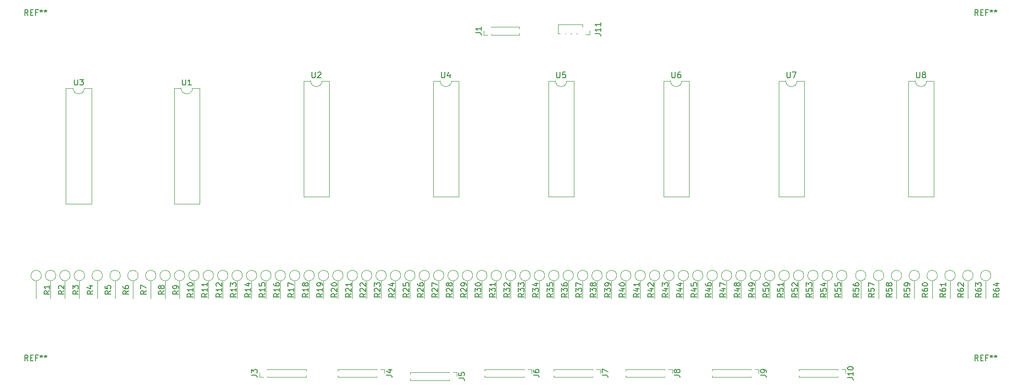
<source format=gbr>
%TF.GenerationSoftware,KiCad,Pcbnew,7.0.9*%
%TF.CreationDate,2023-12-08T11:51:25+05:30*%
%TF.ProjectId,Led_Cube_BaseControler,4c65645f-4375-4626-955f-42617365436f,rev?*%
%TF.SameCoordinates,Original*%
%TF.FileFunction,Legend,Top*%
%TF.FilePolarity,Positive*%
%FSLAX46Y46*%
G04 Gerber Fmt 4.6, Leading zero omitted, Abs format (unit mm)*
G04 Created by KiCad (PCBNEW 7.0.9) date 2023-12-08 11:51:25*
%MOMM*%
%LPD*%
G01*
G04 APERTURE LIST*
%ADD10C,0.150000*%
%ADD11C,0.120000*%
G04 APERTURE END LIST*
D10*
X18986666Y-75994819D02*
X18653333Y-75518628D01*
X18415238Y-75994819D02*
X18415238Y-74994819D01*
X18415238Y-74994819D02*
X18796190Y-74994819D01*
X18796190Y-74994819D02*
X18891428Y-75042438D01*
X18891428Y-75042438D02*
X18939047Y-75090057D01*
X18939047Y-75090057D02*
X18986666Y-75185295D01*
X18986666Y-75185295D02*
X18986666Y-75328152D01*
X18986666Y-75328152D02*
X18939047Y-75423390D01*
X18939047Y-75423390D02*
X18891428Y-75471009D01*
X18891428Y-75471009D02*
X18796190Y-75518628D01*
X18796190Y-75518628D02*
X18415238Y-75518628D01*
X19415238Y-75471009D02*
X19748571Y-75471009D01*
X19891428Y-75994819D02*
X19415238Y-75994819D01*
X19415238Y-75994819D02*
X19415238Y-74994819D01*
X19415238Y-74994819D02*
X19891428Y-74994819D01*
X20653333Y-75471009D02*
X20320000Y-75471009D01*
X20320000Y-75994819D02*
X20320000Y-74994819D01*
X20320000Y-74994819D02*
X20796190Y-74994819D01*
X21320000Y-74994819D02*
X21320000Y-75232914D01*
X21081905Y-75137676D02*
X21320000Y-75232914D01*
X21320000Y-75232914D02*
X21558095Y-75137676D01*
X21177143Y-75423390D02*
X21320000Y-75232914D01*
X21320000Y-75232914D02*
X21462857Y-75423390D01*
X22081905Y-74994819D02*
X22081905Y-75232914D01*
X21843810Y-75137676D02*
X22081905Y-75232914D01*
X22081905Y-75232914D02*
X22320000Y-75137676D01*
X21939048Y-75423390D02*
X22081905Y-75232914D01*
X22081905Y-75232914D02*
X22224762Y-75423390D01*
X18986666Y-15034819D02*
X18653333Y-14558628D01*
X18415238Y-15034819D02*
X18415238Y-14034819D01*
X18415238Y-14034819D02*
X18796190Y-14034819D01*
X18796190Y-14034819D02*
X18891428Y-14082438D01*
X18891428Y-14082438D02*
X18939047Y-14130057D01*
X18939047Y-14130057D02*
X18986666Y-14225295D01*
X18986666Y-14225295D02*
X18986666Y-14368152D01*
X18986666Y-14368152D02*
X18939047Y-14463390D01*
X18939047Y-14463390D02*
X18891428Y-14511009D01*
X18891428Y-14511009D02*
X18796190Y-14558628D01*
X18796190Y-14558628D02*
X18415238Y-14558628D01*
X19415238Y-14511009D02*
X19748571Y-14511009D01*
X19891428Y-15034819D02*
X19415238Y-15034819D01*
X19415238Y-15034819D02*
X19415238Y-14034819D01*
X19415238Y-14034819D02*
X19891428Y-14034819D01*
X20653333Y-14511009D02*
X20320000Y-14511009D01*
X20320000Y-15034819D02*
X20320000Y-14034819D01*
X20320000Y-14034819D02*
X20796190Y-14034819D01*
X21320000Y-14034819D02*
X21320000Y-14272914D01*
X21081905Y-14177676D02*
X21320000Y-14272914D01*
X21320000Y-14272914D02*
X21558095Y-14177676D01*
X21177143Y-14463390D02*
X21320000Y-14272914D01*
X21320000Y-14272914D02*
X21462857Y-14463390D01*
X22081905Y-14034819D02*
X22081905Y-14272914D01*
X21843810Y-14177676D02*
X22081905Y-14272914D01*
X22081905Y-14272914D02*
X22320000Y-14177676D01*
X21939048Y-14463390D02*
X22081905Y-14272914D01*
X22081905Y-14272914D02*
X22224762Y-14463390D01*
X186626666Y-75994819D02*
X186293333Y-75518628D01*
X186055238Y-75994819D02*
X186055238Y-74994819D01*
X186055238Y-74994819D02*
X186436190Y-74994819D01*
X186436190Y-74994819D02*
X186531428Y-75042438D01*
X186531428Y-75042438D02*
X186579047Y-75090057D01*
X186579047Y-75090057D02*
X186626666Y-75185295D01*
X186626666Y-75185295D02*
X186626666Y-75328152D01*
X186626666Y-75328152D02*
X186579047Y-75423390D01*
X186579047Y-75423390D02*
X186531428Y-75471009D01*
X186531428Y-75471009D02*
X186436190Y-75518628D01*
X186436190Y-75518628D02*
X186055238Y-75518628D01*
X187055238Y-75471009D02*
X187388571Y-75471009D01*
X187531428Y-75994819D02*
X187055238Y-75994819D01*
X187055238Y-75994819D02*
X187055238Y-74994819D01*
X187055238Y-74994819D02*
X187531428Y-74994819D01*
X188293333Y-75471009D02*
X187960000Y-75471009D01*
X187960000Y-75994819D02*
X187960000Y-74994819D01*
X187960000Y-74994819D02*
X188436190Y-74994819D01*
X188960000Y-74994819D02*
X188960000Y-75232914D01*
X188721905Y-75137676D02*
X188960000Y-75232914D01*
X188960000Y-75232914D02*
X189198095Y-75137676D01*
X188817143Y-75423390D02*
X188960000Y-75232914D01*
X188960000Y-75232914D02*
X189102857Y-75423390D01*
X189721905Y-74994819D02*
X189721905Y-75232914D01*
X189483810Y-75137676D02*
X189721905Y-75232914D01*
X189721905Y-75232914D02*
X189960000Y-75137676D01*
X189579048Y-75423390D02*
X189721905Y-75232914D01*
X189721905Y-75232914D02*
X189864762Y-75423390D01*
X186626666Y-15034819D02*
X186293333Y-14558628D01*
X186055238Y-15034819D02*
X186055238Y-14034819D01*
X186055238Y-14034819D02*
X186436190Y-14034819D01*
X186436190Y-14034819D02*
X186531428Y-14082438D01*
X186531428Y-14082438D02*
X186579047Y-14130057D01*
X186579047Y-14130057D02*
X186626666Y-14225295D01*
X186626666Y-14225295D02*
X186626666Y-14368152D01*
X186626666Y-14368152D02*
X186579047Y-14463390D01*
X186579047Y-14463390D02*
X186531428Y-14511009D01*
X186531428Y-14511009D02*
X186436190Y-14558628D01*
X186436190Y-14558628D02*
X186055238Y-14558628D01*
X187055238Y-14511009D02*
X187388571Y-14511009D01*
X187531428Y-15034819D02*
X187055238Y-15034819D01*
X187055238Y-15034819D02*
X187055238Y-14034819D01*
X187055238Y-14034819D02*
X187531428Y-14034819D01*
X188293333Y-14511009D02*
X187960000Y-14511009D01*
X187960000Y-15034819D02*
X187960000Y-14034819D01*
X187960000Y-14034819D02*
X188436190Y-14034819D01*
X188960000Y-14034819D02*
X188960000Y-14272914D01*
X188721905Y-14177676D02*
X188960000Y-14272914D01*
X188960000Y-14272914D02*
X189198095Y-14177676D01*
X188817143Y-14463390D02*
X188960000Y-14272914D01*
X188960000Y-14272914D02*
X189102857Y-14463390D01*
X189721905Y-14034819D02*
X189721905Y-14272914D01*
X189483810Y-14177676D02*
X189721905Y-14272914D01*
X189721905Y-14272914D02*
X189960000Y-14177676D01*
X189579048Y-14463390D02*
X189721905Y-14272914D01*
X189721905Y-14272914D02*
X189864762Y-14463390D01*
X55714819Y-64142857D02*
X55238628Y-64476190D01*
X55714819Y-64714285D02*
X54714819Y-64714285D01*
X54714819Y-64714285D02*
X54714819Y-64333333D01*
X54714819Y-64333333D02*
X54762438Y-64238095D01*
X54762438Y-64238095D02*
X54810057Y-64190476D01*
X54810057Y-64190476D02*
X54905295Y-64142857D01*
X54905295Y-64142857D02*
X55048152Y-64142857D01*
X55048152Y-64142857D02*
X55143390Y-64190476D01*
X55143390Y-64190476D02*
X55191009Y-64238095D01*
X55191009Y-64238095D02*
X55238628Y-64333333D01*
X55238628Y-64333333D02*
X55238628Y-64714285D01*
X55714819Y-63190476D02*
X55714819Y-63761904D01*
X55714819Y-63476190D02*
X54714819Y-63476190D01*
X54714819Y-63476190D02*
X54857676Y-63571428D01*
X54857676Y-63571428D02*
X54952914Y-63666666D01*
X54952914Y-63666666D02*
X55000533Y-63761904D01*
X54714819Y-62857142D02*
X54714819Y-62238095D01*
X54714819Y-62238095D02*
X55095771Y-62571428D01*
X55095771Y-62571428D02*
X55095771Y-62428571D01*
X55095771Y-62428571D02*
X55143390Y-62333333D01*
X55143390Y-62333333D02*
X55191009Y-62285714D01*
X55191009Y-62285714D02*
X55286247Y-62238095D01*
X55286247Y-62238095D02*
X55524342Y-62238095D01*
X55524342Y-62238095D02*
X55619580Y-62285714D01*
X55619580Y-62285714D02*
X55667200Y-62333333D01*
X55667200Y-62333333D02*
X55714819Y-62428571D01*
X55714819Y-62428571D02*
X55714819Y-62714285D01*
X55714819Y-62714285D02*
X55667200Y-62809523D01*
X55667200Y-62809523D02*
X55619580Y-62857142D01*
X101434819Y-64142857D02*
X100958628Y-64476190D01*
X101434819Y-64714285D02*
X100434819Y-64714285D01*
X100434819Y-64714285D02*
X100434819Y-64333333D01*
X100434819Y-64333333D02*
X100482438Y-64238095D01*
X100482438Y-64238095D02*
X100530057Y-64190476D01*
X100530057Y-64190476D02*
X100625295Y-64142857D01*
X100625295Y-64142857D02*
X100768152Y-64142857D01*
X100768152Y-64142857D02*
X100863390Y-64190476D01*
X100863390Y-64190476D02*
X100911009Y-64238095D01*
X100911009Y-64238095D02*
X100958628Y-64333333D01*
X100958628Y-64333333D02*
X100958628Y-64714285D01*
X100434819Y-63809523D02*
X100434819Y-63190476D01*
X100434819Y-63190476D02*
X100815771Y-63523809D01*
X100815771Y-63523809D02*
X100815771Y-63380952D01*
X100815771Y-63380952D02*
X100863390Y-63285714D01*
X100863390Y-63285714D02*
X100911009Y-63238095D01*
X100911009Y-63238095D02*
X101006247Y-63190476D01*
X101006247Y-63190476D02*
X101244342Y-63190476D01*
X101244342Y-63190476D02*
X101339580Y-63238095D01*
X101339580Y-63238095D02*
X101387200Y-63285714D01*
X101387200Y-63285714D02*
X101434819Y-63380952D01*
X101434819Y-63380952D02*
X101434819Y-63666666D01*
X101434819Y-63666666D02*
X101387200Y-63761904D01*
X101387200Y-63761904D02*
X101339580Y-63809523D01*
X101434819Y-62238095D02*
X101434819Y-62809523D01*
X101434819Y-62523809D02*
X100434819Y-62523809D01*
X100434819Y-62523809D02*
X100577676Y-62619047D01*
X100577676Y-62619047D02*
X100672914Y-62714285D01*
X100672914Y-62714285D02*
X100720533Y-62809523D01*
X124294819Y-64142857D02*
X123818628Y-64476190D01*
X124294819Y-64714285D02*
X123294819Y-64714285D01*
X123294819Y-64714285D02*
X123294819Y-64333333D01*
X123294819Y-64333333D02*
X123342438Y-64238095D01*
X123342438Y-64238095D02*
X123390057Y-64190476D01*
X123390057Y-64190476D02*
X123485295Y-64142857D01*
X123485295Y-64142857D02*
X123628152Y-64142857D01*
X123628152Y-64142857D02*
X123723390Y-64190476D01*
X123723390Y-64190476D02*
X123771009Y-64238095D01*
X123771009Y-64238095D02*
X123818628Y-64333333D01*
X123818628Y-64333333D02*
X123818628Y-64714285D01*
X123628152Y-63285714D02*
X124294819Y-63285714D01*
X123247200Y-63523809D02*
X123961485Y-63761904D01*
X123961485Y-63761904D02*
X123961485Y-63142857D01*
X123294819Y-62571428D02*
X123294819Y-62476190D01*
X123294819Y-62476190D02*
X123342438Y-62380952D01*
X123342438Y-62380952D02*
X123390057Y-62333333D01*
X123390057Y-62333333D02*
X123485295Y-62285714D01*
X123485295Y-62285714D02*
X123675771Y-62238095D01*
X123675771Y-62238095D02*
X123913866Y-62238095D01*
X123913866Y-62238095D02*
X124104342Y-62285714D01*
X124104342Y-62285714D02*
X124199580Y-62333333D01*
X124199580Y-62333333D02*
X124247200Y-62380952D01*
X124247200Y-62380952D02*
X124294819Y-62476190D01*
X124294819Y-62476190D02*
X124294819Y-62571428D01*
X124294819Y-62571428D02*
X124247200Y-62666666D01*
X124247200Y-62666666D02*
X124199580Y-62714285D01*
X124199580Y-62714285D02*
X124104342Y-62761904D01*
X124104342Y-62761904D02*
X123913866Y-62809523D01*
X123913866Y-62809523D02*
X123675771Y-62809523D01*
X123675771Y-62809523D02*
X123485295Y-62761904D01*
X123485295Y-62761904D02*
X123390057Y-62714285D01*
X123390057Y-62714285D02*
X123342438Y-62666666D01*
X123342438Y-62666666D02*
X123294819Y-62571428D01*
X134454819Y-64142857D02*
X133978628Y-64476190D01*
X134454819Y-64714285D02*
X133454819Y-64714285D01*
X133454819Y-64714285D02*
X133454819Y-64333333D01*
X133454819Y-64333333D02*
X133502438Y-64238095D01*
X133502438Y-64238095D02*
X133550057Y-64190476D01*
X133550057Y-64190476D02*
X133645295Y-64142857D01*
X133645295Y-64142857D02*
X133788152Y-64142857D01*
X133788152Y-64142857D02*
X133883390Y-64190476D01*
X133883390Y-64190476D02*
X133931009Y-64238095D01*
X133931009Y-64238095D02*
X133978628Y-64333333D01*
X133978628Y-64333333D02*
X133978628Y-64714285D01*
X133788152Y-63285714D02*
X134454819Y-63285714D01*
X133407200Y-63523809D02*
X134121485Y-63761904D01*
X134121485Y-63761904D02*
X134121485Y-63142857D01*
X133788152Y-62333333D02*
X134454819Y-62333333D01*
X133407200Y-62571428D02*
X134121485Y-62809523D01*
X134121485Y-62809523D02*
X134121485Y-62190476D01*
X106514819Y-64142857D02*
X106038628Y-64476190D01*
X106514819Y-64714285D02*
X105514819Y-64714285D01*
X105514819Y-64714285D02*
X105514819Y-64333333D01*
X105514819Y-64333333D02*
X105562438Y-64238095D01*
X105562438Y-64238095D02*
X105610057Y-64190476D01*
X105610057Y-64190476D02*
X105705295Y-64142857D01*
X105705295Y-64142857D02*
X105848152Y-64142857D01*
X105848152Y-64142857D02*
X105943390Y-64190476D01*
X105943390Y-64190476D02*
X105991009Y-64238095D01*
X105991009Y-64238095D02*
X106038628Y-64333333D01*
X106038628Y-64333333D02*
X106038628Y-64714285D01*
X105514819Y-63809523D02*
X105514819Y-63190476D01*
X105514819Y-63190476D02*
X105895771Y-63523809D01*
X105895771Y-63523809D02*
X105895771Y-63380952D01*
X105895771Y-63380952D02*
X105943390Y-63285714D01*
X105943390Y-63285714D02*
X105991009Y-63238095D01*
X105991009Y-63238095D02*
X106086247Y-63190476D01*
X106086247Y-63190476D02*
X106324342Y-63190476D01*
X106324342Y-63190476D02*
X106419580Y-63238095D01*
X106419580Y-63238095D02*
X106467200Y-63285714D01*
X106467200Y-63285714D02*
X106514819Y-63380952D01*
X106514819Y-63380952D02*
X106514819Y-63666666D01*
X106514819Y-63666666D02*
X106467200Y-63761904D01*
X106467200Y-63761904D02*
X106419580Y-63809523D01*
X105514819Y-62857142D02*
X105514819Y-62238095D01*
X105514819Y-62238095D02*
X105895771Y-62571428D01*
X105895771Y-62571428D02*
X105895771Y-62428571D01*
X105895771Y-62428571D02*
X105943390Y-62333333D01*
X105943390Y-62333333D02*
X105991009Y-62285714D01*
X105991009Y-62285714D02*
X106086247Y-62238095D01*
X106086247Y-62238095D02*
X106324342Y-62238095D01*
X106324342Y-62238095D02*
X106419580Y-62285714D01*
X106419580Y-62285714D02*
X106467200Y-62333333D01*
X106467200Y-62333333D02*
X106514819Y-62428571D01*
X106514819Y-62428571D02*
X106514819Y-62714285D01*
X106514819Y-62714285D02*
X106467200Y-62809523D01*
X106467200Y-62809523D02*
X106419580Y-62857142D01*
X174584819Y-64142857D02*
X174108628Y-64476190D01*
X174584819Y-64714285D02*
X173584819Y-64714285D01*
X173584819Y-64714285D02*
X173584819Y-64333333D01*
X173584819Y-64333333D02*
X173632438Y-64238095D01*
X173632438Y-64238095D02*
X173680057Y-64190476D01*
X173680057Y-64190476D02*
X173775295Y-64142857D01*
X173775295Y-64142857D02*
X173918152Y-64142857D01*
X173918152Y-64142857D02*
X174013390Y-64190476D01*
X174013390Y-64190476D02*
X174061009Y-64238095D01*
X174061009Y-64238095D02*
X174108628Y-64333333D01*
X174108628Y-64333333D02*
X174108628Y-64714285D01*
X173584819Y-63238095D02*
X173584819Y-63714285D01*
X173584819Y-63714285D02*
X174061009Y-63761904D01*
X174061009Y-63761904D02*
X174013390Y-63714285D01*
X174013390Y-63714285D02*
X173965771Y-63619047D01*
X173965771Y-63619047D02*
X173965771Y-63380952D01*
X173965771Y-63380952D02*
X174013390Y-63285714D01*
X174013390Y-63285714D02*
X174061009Y-63238095D01*
X174061009Y-63238095D02*
X174156247Y-63190476D01*
X174156247Y-63190476D02*
X174394342Y-63190476D01*
X174394342Y-63190476D02*
X174489580Y-63238095D01*
X174489580Y-63238095D02*
X174537200Y-63285714D01*
X174537200Y-63285714D02*
X174584819Y-63380952D01*
X174584819Y-63380952D02*
X174584819Y-63619047D01*
X174584819Y-63619047D02*
X174537200Y-63714285D01*
X174537200Y-63714285D02*
X174489580Y-63761904D01*
X174584819Y-62714285D02*
X174584819Y-62523809D01*
X174584819Y-62523809D02*
X174537200Y-62428571D01*
X174537200Y-62428571D02*
X174489580Y-62380952D01*
X174489580Y-62380952D02*
X174346723Y-62285714D01*
X174346723Y-62285714D02*
X174156247Y-62238095D01*
X174156247Y-62238095D02*
X173775295Y-62238095D01*
X173775295Y-62238095D02*
X173680057Y-62285714D01*
X173680057Y-62285714D02*
X173632438Y-62333333D01*
X173632438Y-62333333D02*
X173584819Y-62428571D01*
X173584819Y-62428571D02*
X173584819Y-62619047D01*
X173584819Y-62619047D02*
X173632438Y-62714285D01*
X173632438Y-62714285D02*
X173680057Y-62761904D01*
X173680057Y-62761904D02*
X173775295Y-62809523D01*
X173775295Y-62809523D02*
X174013390Y-62809523D01*
X174013390Y-62809523D02*
X174108628Y-62761904D01*
X174108628Y-62761904D02*
X174156247Y-62714285D01*
X174156247Y-62714285D02*
X174203866Y-62619047D01*
X174203866Y-62619047D02*
X174203866Y-62428571D01*
X174203866Y-62428571D02*
X174156247Y-62333333D01*
X174156247Y-62333333D02*
X174108628Y-62285714D01*
X174108628Y-62285714D02*
X174013390Y-62238095D01*
X114134819Y-64142857D02*
X113658628Y-64476190D01*
X114134819Y-64714285D02*
X113134819Y-64714285D01*
X113134819Y-64714285D02*
X113134819Y-64333333D01*
X113134819Y-64333333D02*
X113182438Y-64238095D01*
X113182438Y-64238095D02*
X113230057Y-64190476D01*
X113230057Y-64190476D02*
X113325295Y-64142857D01*
X113325295Y-64142857D02*
X113468152Y-64142857D01*
X113468152Y-64142857D02*
X113563390Y-64190476D01*
X113563390Y-64190476D02*
X113611009Y-64238095D01*
X113611009Y-64238095D02*
X113658628Y-64333333D01*
X113658628Y-64333333D02*
X113658628Y-64714285D01*
X113134819Y-63809523D02*
X113134819Y-63190476D01*
X113134819Y-63190476D02*
X113515771Y-63523809D01*
X113515771Y-63523809D02*
X113515771Y-63380952D01*
X113515771Y-63380952D02*
X113563390Y-63285714D01*
X113563390Y-63285714D02*
X113611009Y-63238095D01*
X113611009Y-63238095D02*
X113706247Y-63190476D01*
X113706247Y-63190476D02*
X113944342Y-63190476D01*
X113944342Y-63190476D02*
X114039580Y-63238095D01*
X114039580Y-63238095D02*
X114087200Y-63285714D01*
X114087200Y-63285714D02*
X114134819Y-63380952D01*
X114134819Y-63380952D02*
X114134819Y-63666666D01*
X114134819Y-63666666D02*
X114087200Y-63761904D01*
X114087200Y-63761904D02*
X114039580Y-63809523D01*
X113134819Y-62333333D02*
X113134819Y-62523809D01*
X113134819Y-62523809D02*
X113182438Y-62619047D01*
X113182438Y-62619047D02*
X113230057Y-62666666D01*
X113230057Y-62666666D02*
X113372914Y-62761904D01*
X113372914Y-62761904D02*
X113563390Y-62809523D01*
X113563390Y-62809523D02*
X113944342Y-62809523D01*
X113944342Y-62809523D02*
X114039580Y-62761904D01*
X114039580Y-62761904D02*
X114087200Y-62714285D01*
X114087200Y-62714285D02*
X114134819Y-62619047D01*
X114134819Y-62619047D02*
X114134819Y-62428571D01*
X114134819Y-62428571D02*
X114087200Y-62333333D01*
X114087200Y-62333333D02*
X114039580Y-62285714D01*
X114039580Y-62285714D02*
X113944342Y-62238095D01*
X113944342Y-62238095D02*
X113706247Y-62238095D01*
X113706247Y-62238095D02*
X113611009Y-62285714D01*
X113611009Y-62285714D02*
X113563390Y-62333333D01*
X113563390Y-62333333D02*
X113515771Y-62428571D01*
X113515771Y-62428571D02*
X113515771Y-62619047D01*
X113515771Y-62619047D02*
X113563390Y-62714285D01*
X113563390Y-62714285D02*
X113611009Y-62761904D01*
X113611009Y-62761904D02*
X113706247Y-62809523D01*
X108154819Y-78533333D02*
X108869104Y-78533333D01*
X108869104Y-78533333D02*
X109011961Y-78580952D01*
X109011961Y-78580952D02*
X109107200Y-78676190D01*
X109107200Y-78676190D02*
X109154819Y-78819047D01*
X109154819Y-78819047D02*
X109154819Y-78914285D01*
X108154819Y-77628571D02*
X108154819Y-77819047D01*
X108154819Y-77819047D02*
X108202438Y-77914285D01*
X108202438Y-77914285D02*
X108250057Y-77961904D01*
X108250057Y-77961904D02*
X108392914Y-78057142D01*
X108392914Y-78057142D02*
X108583390Y-78104761D01*
X108583390Y-78104761D02*
X108964342Y-78104761D01*
X108964342Y-78104761D02*
X109059580Y-78057142D01*
X109059580Y-78057142D02*
X109107200Y-78009523D01*
X109107200Y-78009523D02*
X109154819Y-77914285D01*
X109154819Y-77914285D02*
X109154819Y-77723809D01*
X109154819Y-77723809D02*
X109107200Y-77628571D01*
X109107200Y-77628571D02*
X109059580Y-77580952D01*
X109059580Y-77580952D02*
X108964342Y-77533333D01*
X108964342Y-77533333D02*
X108726247Y-77533333D01*
X108726247Y-77533333D02*
X108631009Y-77580952D01*
X108631009Y-77580952D02*
X108583390Y-77628571D01*
X108583390Y-77628571D02*
X108535771Y-77723809D01*
X108535771Y-77723809D02*
X108535771Y-77914285D01*
X108535771Y-77914285D02*
X108583390Y-78009523D01*
X108583390Y-78009523D02*
X108631009Y-78057142D01*
X108631009Y-78057142D02*
X108726247Y-78104761D01*
X83654819Y-64142857D02*
X83178628Y-64476190D01*
X83654819Y-64714285D02*
X82654819Y-64714285D01*
X82654819Y-64714285D02*
X82654819Y-64333333D01*
X82654819Y-64333333D02*
X82702438Y-64238095D01*
X82702438Y-64238095D02*
X82750057Y-64190476D01*
X82750057Y-64190476D02*
X82845295Y-64142857D01*
X82845295Y-64142857D02*
X82988152Y-64142857D01*
X82988152Y-64142857D02*
X83083390Y-64190476D01*
X83083390Y-64190476D02*
X83131009Y-64238095D01*
X83131009Y-64238095D02*
X83178628Y-64333333D01*
X83178628Y-64333333D02*
X83178628Y-64714285D01*
X82750057Y-63761904D02*
X82702438Y-63714285D01*
X82702438Y-63714285D02*
X82654819Y-63619047D01*
X82654819Y-63619047D02*
X82654819Y-63380952D01*
X82654819Y-63380952D02*
X82702438Y-63285714D01*
X82702438Y-63285714D02*
X82750057Y-63238095D01*
X82750057Y-63238095D02*
X82845295Y-63190476D01*
X82845295Y-63190476D02*
X82940533Y-63190476D01*
X82940533Y-63190476D02*
X83083390Y-63238095D01*
X83083390Y-63238095D02*
X83654819Y-63809523D01*
X83654819Y-63809523D02*
X83654819Y-63190476D01*
X82988152Y-62333333D02*
X83654819Y-62333333D01*
X82607200Y-62571428D02*
X83321485Y-62809523D01*
X83321485Y-62809523D02*
X83321485Y-62190476D01*
X103974819Y-64142857D02*
X103498628Y-64476190D01*
X103974819Y-64714285D02*
X102974819Y-64714285D01*
X102974819Y-64714285D02*
X102974819Y-64333333D01*
X102974819Y-64333333D02*
X103022438Y-64238095D01*
X103022438Y-64238095D02*
X103070057Y-64190476D01*
X103070057Y-64190476D02*
X103165295Y-64142857D01*
X103165295Y-64142857D02*
X103308152Y-64142857D01*
X103308152Y-64142857D02*
X103403390Y-64190476D01*
X103403390Y-64190476D02*
X103451009Y-64238095D01*
X103451009Y-64238095D02*
X103498628Y-64333333D01*
X103498628Y-64333333D02*
X103498628Y-64714285D01*
X102974819Y-63809523D02*
X102974819Y-63190476D01*
X102974819Y-63190476D02*
X103355771Y-63523809D01*
X103355771Y-63523809D02*
X103355771Y-63380952D01*
X103355771Y-63380952D02*
X103403390Y-63285714D01*
X103403390Y-63285714D02*
X103451009Y-63238095D01*
X103451009Y-63238095D02*
X103546247Y-63190476D01*
X103546247Y-63190476D02*
X103784342Y-63190476D01*
X103784342Y-63190476D02*
X103879580Y-63238095D01*
X103879580Y-63238095D02*
X103927200Y-63285714D01*
X103927200Y-63285714D02*
X103974819Y-63380952D01*
X103974819Y-63380952D02*
X103974819Y-63666666D01*
X103974819Y-63666666D02*
X103927200Y-63761904D01*
X103927200Y-63761904D02*
X103879580Y-63809523D01*
X103070057Y-62809523D02*
X103022438Y-62761904D01*
X103022438Y-62761904D02*
X102974819Y-62666666D01*
X102974819Y-62666666D02*
X102974819Y-62428571D01*
X102974819Y-62428571D02*
X103022438Y-62333333D01*
X103022438Y-62333333D02*
X103070057Y-62285714D01*
X103070057Y-62285714D02*
X103165295Y-62238095D01*
X103165295Y-62238095D02*
X103260533Y-62238095D01*
X103260533Y-62238095D02*
X103403390Y-62285714D01*
X103403390Y-62285714D02*
X103974819Y-62857142D01*
X103974819Y-62857142D02*
X103974819Y-62238095D01*
X120314819Y-78533333D02*
X121029104Y-78533333D01*
X121029104Y-78533333D02*
X121171961Y-78580952D01*
X121171961Y-78580952D02*
X121267200Y-78676190D01*
X121267200Y-78676190D02*
X121314819Y-78819047D01*
X121314819Y-78819047D02*
X121314819Y-78914285D01*
X120314819Y-78152380D02*
X120314819Y-77485714D01*
X120314819Y-77485714D02*
X121314819Y-77914285D01*
X88734819Y-64142857D02*
X88258628Y-64476190D01*
X88734819Y-64714285D02*
X87734819Y-64714285D01*
X87734819Y-64714285D02*
X87734819Y-64333333D01*
X87734819Y-64333333D02*
X87782438Y-64238095D01*
X87782438Y-64238095D02*
X87830057Y-64190476D01*
X87830057Y-64190476D02*
X87925295Y-64142857D01*
X87925295Y-64142857D02*
X88068152Y-64142857D01*
X88068152Y-64142857D02*
X88163390Y-64190476D01*
X88163390Y-64190476D02*
X88211009Y-64238095D01*
X88211009Y-64238095D02*
X88258628Y-64333333D01*
X88258628Y-64333333D02*
X88258628Y-64714285D01*
X87830057Y-63761904D02*
X87782438Y-63714285D01*
X87782438Y-63714285D02*
X87734819Y-63619047D01*
X87734819Y-63619047D02*
X87734819Y-63380952D01*
X87734819Y-63380952D02*
X87782438Y-63285714D01*
X87782438Y-63285714D02*
X87830057Y-63238095D01*
X87830057Y-63238095D02*
X87925295Y-63190476D01*
X87925295Y-63190476D02*
X88020533Y-63190476D01*
X88020533Y-63190476D02*
X88163390Y-63238095D01*
X88163390Y-63238095D02*
X88734819Y-63809523D01*
X88734819Y-63809523D02*
X88734819Y-63190476D01*
X87734819Y-62333333D02*
X87734819Y-62523809D01*
X87734819Y-62523809D02*
X87782438Y-62619047D01*
X87782438Y-62619047D02*
X87830057Y-62666666D01*
X87830057Y-62666666D02*
X87972914Y-62761904D01*
X87972914Y-62761904D02*
X88163390Y-62809523D01*
X88163390Y-62809523D02*
X88544342Y-62809523D01*
X88544342Y-62809523D02*
X88639580Y-62761904D01*
X88639580Y-62761904D02*
X88687200Y-62714285D01*
X88687200Y-62714285D02*
X88734819Y-62619047D01*
X88734819Y-62619047D02*
X88734819Y-62428571D01*
X88734819Y-62428571D02*
X88687200Y-62333333D01*
X88687200Y-62333333D02*
X88639580Y-62285714D01*
X88639580Y-62285714D02*
X88544342Y-62238095D01*
X88544342Y-62238095D02*
X88306247Y-62238095D01*
X88306247Y-62238095D02*
X88211009Y-62285714D01*
X88211009Y-62285714D02*
X88163390Y-62333333D01*
X88163390Y-62333333D02*
X88115771Y-62428571D01*
X88115771Y-62428571D02*
X88115771Y-62619047D01*
X88115771Y-62619047D02*
X88163390Y-62714285D01*
X88163390Y-62714285D02*
X88211009Y-62761904D01*
X88211009Y-62761904D02*
X88306247Y-62809523D01*
X139534819Y-64142857D02*
X139058628Y-64476190D01*
X139534819Y-64714285D02*
X138534819Y-64714285D01*
X138534819Y-64714285D02*
X138534819Y-64333333D01*
X138534819Y-64333333D02*
X138582438Y-64238095D01*
X138582438Y-64238095D02*
X138630057Y-64190476D01*
X138630057Y-64190476D02*
X138725295Y-64142857D01*
X138725295Y-64142857D02*
X138868152Y-64142857D01*
X138868152Y-64142857D02*
X138963390Y-64190476D01*
X138963390Y-64190476D02*
X139011009Y-64238095D01*
X139011009Y-64238095D02*
X139058628Y-64333333D01*
X139058628Y-64333333D02*
X139058628Y-64714285D01*
X138868152Y-63285714D02*
X139534819Y-63285714D01*
X138487200Y-63523809D02*
X139201485Y-63761904D01*
X139201485Y-63761904D02*
X139201485Y-63142857D01*
X138534819Y-62333333D02*
X138534819Y-62523809D01*
X138534819Y-62523809D02*
X138582438Y-62619047D01*
X138582438Y-62619047D02*
X138630057Y-62666666D01*
X138630057Y-62666666D02*
X138772914Y-62761904D01*
X138772914Y-62761904D02*
X138963390Y-62809523D01*
X138963390Y-62809523D02*
X139344342Y-62809523D01*
X139344342Y-62809523D02*
X139439580Y-62761904D01*
X139439580Y-62761904D02*
X139487200Y-62714285D01*
X139487200Y-62714285D02*
X139534819Y-62619047D01*
X139534819Y-62619047D02*
X139534819Y-62428571D01*
X139534819Y-62428571D02*
X139487200Y-62333333D01*
X139487200Y-62333333D02*
X139439580Y-62285714D01*
X139439580Y-62285714D02*
X139344342Y-62238095D01*
X139344342Y-62238095D02*
X139106247Y-62238095D01*
X139106247Y-62238095D02*
X139011009Y-62285714D01*
X139011009Y-62285714D02*
X138963390Y-62333333D01*
X138963390Y-62333333D02*
X138915771Y-62428571D01*
X138915771Y-62428571D02*
X138915771Y-62619047D01*
X138915771Y-62619047D02*
X138963390Y-62714285D01*
X138963390Y-62714285D02*
X139011009Y-62761904D01*
X139011009Y-62761904D02*
X139106247Y-62809523D01*
X78574819Y-64142857D02*
X78098628Y-64476190D01*
X78574819Y-64714285D02*
X77574819Y-64714285D01*
X77574819Y-64714285D02*
X77574819Y-64333333D01*
X77574819Y-64333333D02*
X77622438Y-64238095D01*
X77622438Y-64238095D02*
X77670057Y-64190476D01*
X77670057Y-64190476D02*
X77765295Y-64142857D01*
X77765295Y-64142857D02*
X77908152Y-64142857D01*
X77908152Y-64142857D02*
X78003390Y-64190476D01*
X78003390Y-64190476D02*
X78051009Y-64238095D01*
X78051009Y-64238095D02*
X78098628Y-64333333D01*
X78098628Y-64333333D02*
X78098628Y-64714285D01*
X77670057Y-63761904D02*
X77622438Y-63714285D01*
X77622438Y-63714285D02*
X77574819Y-63619047D01*
X77574819Y-63619047D02*
X77574819Y-63380952D01*
X77574819Y-63380952D02*
X77622438Y-63285714D01*
X77622438Y-63285714D02*
X77670057Y-63238095D01*
X77670057Y-63238095D02*
X77765295Y-63190476D01*
X77765295Y-63190476D02*
X77860533Y-63190476D01*
X77860533Y-63190476D02*
X78003390Y-63238095D01*
X78003390Y-63238095D02*
X78574819Y-63809523D01*
X78574819Y-63809523D02*
X78574819Y-63190476D01*
X77670057Y-62809523D02*
X77622438Y-62761904D01*
X77622438Y-62761904D02*
X77574819Y-62666666D01*
X77574819Y-62666666D02*
X77574819Y-62428571D01*
X77574819Y-62428571D02*
X77622438Y-62333333D01*
X77622438Y-62333333D02*
X77670057Y-62285714D01*
X77670057Y-62285714D02*
X77765295Y-62238095D01*
X77765295Y-62238095D02*
X77860533Y-62238095D01*
X77860533Y-62238095D02*
X78003390Y-62285714D01*
X78003390Y-62285714D02*
X78574819Y-62857142D01*
X78574819Y-62857142D02*
X78574819Y-62238095D01*
X86194819Y-64142857D02*
X85718628Y-64476190D01*
X86194819Y-64714285D02*
X85194819Y-64714285D01*
X85194819Y-64714285D02*
X85194819Y-64333333D01*
X85194819Y-64333333D02*
X85242438Y-64238095D01*
X85242438Y-64238095D02*
X85290057Y-64190476D01*
X85290057Y-64190476D02*
X85385295Y-64142857D01*
X85385295Y-64142857D02*
X85528152Y-64142857D01*
X85528152Y-64142857D02*
X85623390Y-64190476D01*
X85623390Y-64190476D02*
X85671009Y-64238095D01*
X85671009Y-64238095D02*
X85718628Y-64333333D01*
X85718628Y-64333333D02*
X85718628Y-64714285D01*
X85290057Y-63761904D02*
X85242438Y-63714285D01*
X85242438Y-63714285D02*
X85194819Y-63619047D01*
X85194819Y-63619047D02*
X85194819Y-63380952D01*
X85194819Y-63380952D02*
X85242438Y-63285714D01*
X85242438Y-63285714D02*
X85290057Y-63238095D01*
X85290057Y-63238095D02*
X85385295Y-63190476D01*
X85385295Y-63190476D02*
X85480533Y-63190476D01*
X85480533Y-63190476D02*
X85623390Y-63238095D01*
X85623390Y-63238095D02*
X86194819Y-63809523D01*
X86194819Y-63809523D02*
X86194819Y-63190476D01*
X85194819Y-62285714D02*
X85194819Y-62761904D01*
X85194819Y-62761904D02*
X85671009Y-62809523D01*
X85671009Y-62809523D02*
X85623390Y-62761904D01*
X85623390Y-62761904D02*
X85575771Y-62666666D01*
X85575771Y-62666666D02*
X85575771Y-62428571D01*
X85575771Y-62428571D02*
X85623390Y-62333333D01*
X85623390Y-62333333D02*
X85671009Y-62285714D01*
X85671009Y-62285714D02*
X85766247Y-62238095D01*
X85766247Y-62238095D02*
X86004342Y-62238095D01*
X86004342Y-62238095D02*
X86099580Y-62285714D01*
X86099580Y-62285714D02*
X86147200Y-62333333D01*
X86147200Y-62333333D02*
X86194819Y-62428571D01*
X86194819Y-62428571D02*
X86194819Y-62666666D01*
X86194819Y-62666666D02*
X86147200Y-62761904D01*
X86147200Y-62761904D02*
X86099580Y-62809523D01*
X109054819Y-64142857D02*
X108578628Y-64476190D01*
X109054819Y-64714285D02*
X108054819Y-64714285D01*
X108054819Y-64714285D02*
X108054819Y-64333333D01*
X108054819Y-64333333D02*
X108102438Y-64238095D01*
X108102438Y-64238095D02*
X108150057Y-64190476D01*
X108150057Y-64190476D02*
X108245295Y-64142857D01*
X108245295Y-64142857D02*
X108388152Y-64142857D01*
X108388152Y-64142857D02*
X108483390Y-64190476D01*
X108483390Y-64190476D02*
X108531009Y-64238095D01*
X108531009Y-64238095D02*
X108578628Y-64333333D01*
X108578628Y-64333333D02*
X108578628Y-64714285D01*
X108054819Y-63809523D02*
X108054819Y-63190476D01*
X108054819Y-63190476D02*
X108435771Y-63523809D01*
X108435771Y-63523809D02*
X108435771Y-63380952D01*
X108435771Y-63380952D02*
X108483390Y-63285714D01*
X108483390Y-63285714D02*
X108531009Y-63238095D01*
X108531009Y-63238095D02*
X108626247Y-63190476D01*
X108626247Y-63190476D02*
X108864342Y-63190476D01*
X108864342Y-63190476D02*
X108959580Y-63238095D01*
X108959580Y-63238095D02*
X109007200Y-63285714D01*
X109007200Y-63285714D02*
X109054819Y-63380952D01*
X109054819Y-63380952D02*
X109054819Y-63666666D01*
X109054819Y-63666666D02*
X109007200Y-63761904D01*
X109007200Y-63761904D02*
X108959580Y-63809523D01*
X108388152Y-62333333D02*
X109054819Y-62333333D01*
X108007200Y-62571428D02*
X108721485Y-62809523D01*
X108721485Y-62809523D02*
X108721485Y-62190476D01*
X68414819Y-64142857D02*
X67938628Y-64476190D01*
X68414819Y-64714285D02*
X67414819Y-64714285D01*
X67414819Y-64714285D02*
X67414819Y-64333333D01*
X67414819Y-64333333D02*
X67462438Y-64238095D01*
X67462438Y-64238095D02*
X67510057Y-64190476D01*
X67510057Y-64190476D02*
X67605295Y-64142857D01*
X67605295Y-64142857D02*
X67748152Y-64142857D01*
X67748152Y-64142857D02*
X67843390Y-64190476D01*
X67843390Y-64190476D02*
X67891009Y-64238095D01*
X67891009Y-64238095D02*
X67938628Y-64333333D01*
X67938628Y-64333333D02*
X67938628Y-64714285D01*
X68414819Y-63190476D02*
X68414819Y-63761904D01*
X68414819Y-63476190D02*
X67414819Y-63476190D01*
X67414819Y-63476190D02*
X67557676Y-63571428D01*
X67557676Y-63571428D02*
X67652914Y-63666666D01*
X67652914Y-63666666D02*
X67700533Y-63761904D01*
X67843390Y-62619047D02*
X67795771Y-62714285D01*
X67795771Y-62714285D02*
X67748152Y-62761904D01*
X67748152Y-62761904D02*
X67652914Y-62809523D01*
X67652914Y-62809523D02*
X67605295Y-62809523D01*
X67605295Y-62809523D02*
X67510057Y-62761904D01*
X67510057Y-62761904D02*
X67462438Y-62714285D01*
X67462438Y-62714285D02*
X67414819Y-62619047D01*
X67414819Y-62619047D02*
X67414819Y-62428571D01*
X67414819Y-62428571D02*
X67462438Y-62333333D01*
X67462438Y-62333333D02*
X67510057Y-62285714D01*
X67510057Y-62285714D02*
X67605295Y-62238095D01*
X67605295Y-62238095D02*
X67652914Y-62238095D01*
X67652914Y-62238095D02*
X67748152Y-62285714D01*
X67748152Y-62285714D02*
X67795771Y-62333333D01*
X67795771Y-62333333D02*
X67843390Y-62428571D01*
X67843390Y-62428571D02*
X67843390Y-62619047D01*
X67843390Y-62619047D02*
X67891009Y-62714285D01*
X67891009Y-62714285D02*
X67938628Y-62761904D01*
X67938628Y-62761904D02*
X68033866Y-62809523D01*
X68033866Y-62809523D02*
X68224342Y-62809523D01*
X68224342Y-62809523D02*
X68319580Y-62761904D01*
X68319580Y-62761904D02*
X68367200Y-62714285D01*
X68367200Y-62714285D02*
X68414819Y-62619047D01*
X68414819Y-62619047D02*
X68414819Y-62428571D01*
X68414819Y-62428571D02*
X68367200Y-62333333D01*
X68367200Y-62333333D02*
X68319580Y-62285714D01*
X68319580Y-62285714D02*
X68224342Y-62238095D01*
X68224342Y-62238095D02*
X68033866Y-62238095D01*
X68033866Y-62238095D02*
X67938628Y-62285714D01*
X67938628Y-62285714D02*
X67891009Y-62333333D01*
X67891009Y-62333333D02*
X67843390Y-62428571D01*
X154774819Y-64142857D02*
X154298628Y-64476190D01*
X154774819Y-64714285D02*
X153774819Y-64714285D01*
X153774819Y-64714285D02*
X153774819Y-64333333D01*
X153774819Y-64333333D02*
X153822438Y-64238095D01*
X153822438Y-64238095D02*
X153870057Y-64190476D01*
X153870057Y-64190476D02*
X153965295Y-64142857D01*
X153965295Y-64142857D02*
X154108152Y-64142857D01*
X154108152Y-64142857D02*
X154203390Y-64190476D01*
X154203390Y-64190476D02*
X154251009Y-64238095D01*
X154251009Y-64238095D02*
X154298628Y-64333333D01*
X154298628Y-64333333D02*
X154298628Y-64714285D01*
X153774819Y-63238095D02*
X153774819Y-63714285D01*
X153774819Y-63714285D02*
X154251009Y-63761904D01*
X154251009Y-63761904D02*
X154203390Y-63714285D01*
X154203390Y-63714285D02*
X154155771Y-63619047D01*
X154155771Y-63619047D02*
X154155771Y-63380952D01*
X154155771Y-63380952D02*
X154203390Y-63285714D01*
X154203390Y-63285714D02*
X154251009Y-63238095D01*
X154251009Y-63238095D02*
X154346247Y-63190476D01*
X154346247Y-63190476D02*
X154584342Y-63190476D01*
X154584342Y-63190476D02*
X154679580Y-63238095D01*
X154679580Y-63238095D02*
X154727200Y-63285714D01*
X154727200Y-63285714D02*
X154774819Y-63380952D01*
X154774819Y-63380952D02*
X154774819Y-63619047D01*
X154774819Y-63619047D02*
X154727200Y-63714285D01*
X154727200Y-63714285D02*
X154679580Y-63761904D01*
X153870057Y-62809523D02*
X153822438Y-62761904D01*
X153822438Y-62761904D02*
X153774819Y-62666666D01*
X153774819Y-62666666D02*
X153774819Y-62428571D01*
X153774819Y-62428571D02*
X153822438Y-62333333D01*
X153822438Y-62333333D02*
X153870057Y-62285714D01*
X153870057Y-62285714D02*
X153965295Y-62238095D01*
X153965295Y-62238095D02*
X154060533Y-62238095D01*
X154060533Y-62238095D02*
X154203390Y-62285714D01*
X154203390Y-62285714D02*
X154774819Y-62857142D01*
X154774819Y-62857142D02*
X154774819Y-62238095D01*
X93814819Y-64142857D02*
X93338628Y-64476190D01*
X93814819Y-64714285D02*
X92814819Y-64714285D01*
X92814819Y-64714285D02*
X92814819Y-64333333D01*
X92814819Y-64333333D02*
X92862438Y-64238095D01*
X92862438Y-64238095D02*
X92910057Y-64190476D01*
X92910057Y-64190476D02*
X93005295Y-64142857D01*
X93005295Y-64142857D02*
X93148152Y-64142857D01*
X93148152Y-64142857D02*
X93243390Y-64190476D01*
X93243390Y-64190476D02*
X93291009Y-64238095D01*
X93291009Y-64238095D02*
X93338628Y-64333333D01*
X93338628Y-64333333D02*
X93338628Y-64714285D01*
X92910057Y-63761904D02*
X92862438Y-63714285D01*
X92862438Y-63714285D02*
X92814819Y-63619047D01*
X92814819Y-63619047D02*
X92814819Y-63380952D01*
X92814819Y-63380952D02*
X92862438Y-63285714D01*
X92862438Y-63285714D02*
X92910057Y-63238095D01*
X92910057Y-63238095D02*
X93005295Y-63190476D01*
X93005295Y-63190476D02*
X93100533Y-63190476D01*
X93100533Y-63190476D02*
X93243390Y-63238095D01*
X93243390Y-63238095D02*
X93814819Y-63809523D01*
X93814819Y-63809523D02*
X93814819Y-63190476D01*
X93243390Y-62619047D02*
X93195771Y-62714285D01*
X93195771Y-62714285D02*
X93148152Y-62761904D01*
X93148152Y-62761904D02*
X93052914Y-62809523D01*
X93052914Y-62809523D02*
X93005295Y-62809523D01*
X93005295Y-62809523D02*
X92910057Y-62761904D01*
X92910057Y-62761904D02*
X92862438Y-62714285D01*
X92862438Y-62714285D02*
X92814819Y-62619047D01*
X92814819Y-62619047D02*
X92814819Y-62428571D01*
X92814819Y-62428571D02*
X92862438Y-62333333D01*
X92862438Y-62333333D02*
X92910057Y-62285714D01*
X92910057Y-62285714D02*
X93005295Y-62238095D01*
X93005295Y-62238095D02*
X93052914Y-62238095D01*
X93052914Y-62238095D02*
X93148152Y-62285714D01*
X93148152Y-62285714D02*
X93195771Y-62333333D01*
X93195771Y-62333333D02*
X93243390Y-62428571D01*
X93243390Y-62428571D02*
X93243390Y-62619047D01*
X93243390Y-62619047D02*
X93291009Y-62714285D01*
X93291009Y-62714285D02*
X93338628Y-62761904D01*
X93338628Y-62761904D02*
X93433866Y-62809523D01*
X93433866Y-62809523D02*
X93624342Y-62809523D01*
X93624342Y-62809523D02*
X93719580Y-62761904D01*
X93719580Y-62761904D02*
X93767200Y-62714285D01*
X93767200Y-62714285D02*
X93814819Y-62619047D01*
X93814819Y-62619047D02*
X93814819Y-62428571D01*
X93814819Y-62428571D02*
X93767200Y-62333333D01*
X93767200Y-62333333D02*
X93719580Y-62285714D01*
X93719580Y-62285714D02*
X93624342Y-62238095D01*
X93624342Y-62238095D02*
X93433866Y-62238095D01*
X93433866Y-62238095D02*
X93338628Y-62285714D01*
X93338628Y-62285714D02*
X93291009Y-62333333D01*
X93291009Y-62333333D02*
X93243390Y-62428571D01*
X94994819Y-79073333D02*
X95709104Y-79073333D01*
X95709104Y-79073333D02*
X95851961Y-79120952D01*
X95851961Y-79120952D02*
X95947200Y-79216190D01*
X95947200Y-79216190D02*
X95994819Y-79359047D01*
X95994819Y-79359047D02*
X95994819Y-79454285D01*
X94994819Y-78120952D02*
X94994819Y-78597142D01*
X94994819Y-78597142D02*
X95471009Y-78644761D01*
X95471009Y-78644761D02*
X95423390Y-78597142D01*
X95423390Y-78597142D02*
X95375771Y-78501904D01*
X95375771Y-78501904D02*
X95375771Y-78263809D01*
X95375771Y-78263809D02*
X95423390Y-78168571D01*
X95423390Y-78168571D02*
X95471009Y-78120952D01*
X95471009Y-78120952D02*
X95566247Y-78073333D01*
X95566247Y-78073333D02*
X95804342Y-78073333D01*
X95804342Y-78073333D02*
X95899580Y-78120952D01*
X95899580Y-78120952D02*
X95947200Y-78168571D01*
X95947200Y-78168571D02*
X95994819Y-78263809D01*
X95994819Y-78263809D02*
X95994819Y-78501904D01*
X95994819Y-78501904D02*
X95947200Y-78597142D01*
X95947200Y-78597142D02*
X95899580Y-78644761D01*
X119004819Y-18299523D02*
X119719104Y-18299523D01*
X119719104Y-18299523D02*
X119861961Y-18347142D01*
X119861961Y-18347142D02*
X119957200Y-18442380D01*
X119957200Y-18442380D02*
X120004819Y-18585237D01*
X120004819Y-18585237D02*
X120004819Y-18680475D01*
X120004819Y-17299523D02*
X120004819Y-17870951D01*
X120004819Y-17585237D02*
X119004819Y-17585237D01*
X119004819Y-17585237D02*
X119147676Y-17680475D01*
X119147676Y-17680475D02*
X119242914Y-17775713D01*
X119242914Y-17775713D02*
X119290533Y-17870951D01*
X120004819Y-16347142D02*
X120004819Y-16918570D01*
X120004819Y-16632856D02*
X119004819Y-16632856D01*
X119004819Y-16632856D02*
X119147676Y-16728094D01*
X119147676Y-16728094D02*
X119242914Y-16823332D01*
X119242914Y-16823332D02*
X119290533Y-16918570D01*
X177734819Y-64142857D02*
X177258628Y-64476190D01*
X177734819Y-64714285D02*
X176734819Y-64714285D01*
X176734819Y-64714285D02*
X176734819Y-64333333D01*
X176734819Y-64333333D02*
X176782438Y-64238095D01*
X176782438Y-64238095D02*
X176830057Y-64190476D01*
X176830057Y-64190476D02*
X176925295Y-64142857D01*
X176925295Y-64142857D02*
X177068152Y-64142857D01*
X177068152Y-64142857D02*
X177163390Y-64190476D01*
X177163390Y-64190476D02*
X177211009Y-64238095D01*
X177211009Y-64238095D02*
X177258628Y-64333333D01*
X177258628Y-64333333D02*
X177258628Y-64714285D01*
X176734819Y-63285714D02*
X176734819Y-63476190D01*
X176734819Y-63476190D02*
X176782438Y-63571428D01*
X176782438Y-63571428D02*
X176830057Y-63619047D01*
X176830057Y-63619047D02*
X176972914Y-63714285D01*
X176972914Y-63714285D02*
X177163390Y-63761904D01*
X177163390Y-63761904D02*
X177544342Y-63761904D01*
X177544342Y-63761904D02*
X177639580Y-63714285D01*
X177639580Y-63714285D02*
X177687200Y-63666666D01*
X177687200Y-63666666D02*
X177734819Y-63571428D01*
X177734819Y-63571428D02*
X177734819Y-63380952D01*
X177734819Y-63380952D02*
X177687200Y-63285714D01*
X177687200Y-63285714D02*
X177639580Y-63238095D01*
X177639580Y-63238095D02*
X177544342Y-63190476D01*
X177544342Y-63190476D02*
X177306247Y-63190476D01*
X177306247Y-63190476D02*
X177211009Y-63238095D01*
X177211009Y-63238095D02*
X177163390Y-63285714D01*
X177163390Y-63285714D02*
X177115771Y-63380952D01*
X177115771Y-63380952D02*
X177115771Y-63571428D01*
X177115771Y-63571428D02*
X177163390Y-63666666D01*
X177163390Y-63666666D02*
X177211009Y-63714285D01*
X177211009Y-63714285D02*
X177306247Y-63761904D01*
X176734819Y-62571428D02*
X176734819Y-62476190D01*
X176734819Y-62476190D02*
X176782438Y-62380952D01*
X176782438Y-62380952D02*
X176830057Y-62333333D01*
X176830057Y-62333333D02*
X176925295Y-62285714D01*
X176925295Y-62285714D02*
X177115771Y-62238095D01*
X177115771Y-62238095D02*
X177353866Y-62238095D01*
X177353866Y-62238095D02*
X177544342Y-62285714D01*
X177544342Y-62285714D02*
X177639580Y-62333333D01*
X177639580Y-62333333D02*
X177687200Y-62380952D01*
X177687200Y-62380952D02*
X177734819Y-62476190D01*
X177734819Y-62476190D02*
X177734819Y-62571428D01*
X177734819Y-62571428D02*
X177687200Y-62666666D01*
X177687200Y-62666666D02*
X177639580Y-62714285D01*
X177639580Y-62714285D02*
X177544342Y-62761904D01*
X177544342Y-62761904D02*
X177353866Y-62809523D01*
X177353866Y-62809523D02*
X177115771Y-62809523D01*
X177115771Y-62809523D02*
X176925295Y-62761904D01*
X176925295Y-62761904D02*
X176830057Y-62714285D01*
X176830057Y-62714285D02*
X176782438Y-62666666D01*
X176782438Y-62666666D02*
X176734819Y-62571428D01*
X58254819Y-64142857D02*
X57778628Y-64476190D01*
X58254819Y-64714285D02*
X57254819Y-64714285D01*
X57254819Y-64714285D02*
X57254819Y-64333333D01*
X57254819Y-64333333D02*
X57302438Y-64238095D01*
X57302438Y-64238095D02*
X57350057Y-64190476D01*
X57350057Y-64190476D02*
X57445295Y-64142857D01*
X57445295Y-64142857D02*
X57588152Y-64142857D01*
X57588152Y-64142857D02*
X57683390Y-64190476D01*
X57683390Y-64190476D02*
X57731009Y-64238095D01*
X57731009Y-64238095D02*
X57778628Y-64333333D01*
X57778628Y-64333333D02*
X57778628Y-64714285D01*
X58254819Y-63190476D02*
X58254819Y-63761904D01*
X58254819Y-63476190D02*
X57254819Y-63476190D01*
X57254819Y-63476190D02*
X57397676Y-63571428D01*
X57397676Y-63571428D02*
X57492914Y-63666666D01*
X57492914Y-63666666D02*
X57540533Y-63761904D01*
X57588152Y-62333333D02*
X58254819Y-62333333D01*
X57207200Y-62571428D02*
X57921485Y-62809523D01*
X57921485Y-62809523D02*
X57921485Y-62190476D01*
X27163095Y-26349819D02*
X27163095Y-27159342D01*
X27163095Y-27159342D02*
X27210714Y-27254580D01*
X27210714Y-27254580D02*
X27258333Y-27302200D01*
X27258333Y-27302200D02*
X27353571Y-27349819D01*
X27353571Y-27349819D02*
X27544047Y-27349819D01*
X27544047Y-27349819D02*
X27639285Y-27302200D01*
X27639285Y-27302200D02*
X27686904Y-27254580D01*
X27686904Y-27254580D02*
X27734523Y-27159342D01*
X27734523Y-27159342D02*
X27734523Y-26349819D01*
X28115476Y-26349819D02*
X28734523Y-26349819D01*
X28734523Y-26349819D02*
X28401190Y-26730771D01*
X28401190Y-26730771D02*
X28544047Y-26730771D01*
X28544047Y-26730771D02*
X28639285Y-26778390D01*
X28639285Y-26778390D02*
X28686904Y-26826009D01*
X28686904Y-26826009D02*
X28734523Y-26921247D01*
X28734523Y-26921247D02*
X28734523Y-27159342D01*
X28734523Y-27159342D02*
X28686904Y-27254580D01*
X28686904Y-27254580D02*
X28639285Y-27302200D01*
X28639285Y-27302200D02*
X28544047Y-27349819D01*
X28544047Y-27349819D02*
X28258333Y-27349819D01*
X28258333Y-27349819D02*
X28163095Y-27302200D01*
X28163095Y-27302200D02*
X28115476Y-27254580D01*
X121754819Y-64142857D02*
X121278628Y-64476190D01*
X121754819Y-64714285D02*
X120754819Y-64714285D01*
X120754819Y-64714285D02*
X120754819Y-64333333D01*
X120754819Y-64333333D02*
X120802438Y-64238095D01*
X120802438Y-64238095D02*
X120850057Y-64190476D01*
X120850057Y-64190476D02*
X120945295Y-64142857D01*
X120945295Y-64142857D02*
X121088152Y-64142857D01*
X121088152Y-64142857D02*
X121183390Y-64190476D01*
X121183390Y-64190476D02*
X121231009Y-64238095D01*
X121231009Y-64238095D02*
X121278628Y-64333333D01*
X121278628Y-64333333D02*
X121278628Y-64714285D01*
X120754819Y-63809523D02*
X120754819Y-63190476D01*
X120754819Y-63190476D02*
X121135771Y-63523809D01*
X121135771Y-63523809D02*
X121135771Y-63380952D01*
X121135771Y-63380952D02*
X121183390Y-63285714D01*
X121183390Y-63285714D02*
X121231009Y-63238095D01*
X121231009Y-63238095D02*
X121326247Y-63190476D01*
X121326247Y-63190476D02*
X121564342Y-63190476D01*
X121564342Y-63190476D02*
X121659580Y-63238095D01*
X121659580Y-63238095D02*
X121707200Y-63285714D01*
X121707200Y-63285714D02*
X121754819Y-63380952D01*
X121754819Y-63380952D02*
X121754819Y-63666666D01*
X121754819Y-63666666D02*
X121707200Y-63761904D01*
X121707200Y-63761904D02*
X121659580Y-63809523D01*
X121754819Y-62714285D02*
X121754819Y-62523809D01*
X121754819Y-62523809D02*
X121707200Y-62428571D01*
X121707200Y-62428571D02*
X121659580Y-62380952D01*
X121659580Y-62380952D02*
X121516723Y-62285714D01*
X121516723Y-62285714D02*
X121326247Y-62238095D01*
X121326247Y-62238095D02*
X120945295Y-62238095D01*
X120945295Y-62238095D02*
X120850057Y-62285714D01*
X120850057Y-62285714D02*
X120802438Y-62333333D01*
X120802438Y-62333333D02*
X120754819Y-62428571D01*
X120754819Y-62428571D02*
X120754819Y-62619047D01*
X120754819Y-62619047D02*
X120802438Y-62714285D01*
X120802438Y-62714285D02*
X120850057Y-62761904D01*
X120850057Y-62761904D02*
X120945295Y-62809523D01*
X120945295Y-62809523D02*
X121183390Y-62809523D01*
X121183390Y-62809523D02*
X121278628Y-62761904D01*
X121278628Y-62761904D02*
X121326247Y-62714285D01*
X121326247Y-62714285D02*
X121373866Y-62619047D01*
X121373866Y-62619047D02*
X121373866Y-62428571D01*
X121373866Y-62428571D02*
X121326247Y-62333333D01*
X121326247Y-62333333D02*
X121278628Y-62285714D01*
X121278628Y-62285714D02*
X121183390Y-62238095D01*
X73494819Y-64142857D02*
X73018628Y-64476190D01*
X73494819Y-64714285D02*
X72494819Y-64714285D01*
X72494819Y-64714285D02*
X72494819Y-64333333D01*
X72494819Y-64333333D02*
X72542438Y-64238095D01*
X72542438Y-64238095D02*
X72590057Y-64190476D01*
X72590057Y-64190476D02*
X72685295Y-64142857D01*
X72685295Y-64142857D02*
X72828152Y-64142857D01*
X72828152Y-64142857D02*
X72923390Y-64190476D01*
X72923390Y-64190476D02*
X72971009Y-64238095D01*
X72971009Y-64238095D02*
X73018628Y-64333333D01*
X73018628Y-64333333D02*
X73018628Y-64714285D01*
X72590057Y-63761904D02*
X72542438Y-63714285D01*
X72542438Y-63714285D02*
X72494819Y-63619047D01*
X72494819Y-63619047D02*
X72494819Y-63380952D01*
X72494819Y-63380952D02*
X72542438Y-63285714D01*
X72542438Y-63285714D02*
X72590057Y-63238095D01*
X72590057Y-63238095D02*
X72685295Y-63190476D01*
X72685295Y-63190476D02*
X72780533Y-63190476D01*
X72780533Y-63190476D02*
X72923390Y-63238095D01*
X72923390Y-63238095D02*
X73494819Y-63809523D01*
X73494819Y-63809523D02*
X73494819Y-63190476D01*
X72494819Y-62571428D02*
X72494819Y-62476190D01*
X72494819Y-62476190D02*
X72542438Y-62380952D01*
X72542438Y-62380952D02*
X72590057Y-62333333D01*
X72590057Y-62333333D02*
X72685295Y-62285714D01*
X72685295Y-62285714D02*
X72875771Y-62238095D01*
X72875771Y-62238095D02*
X73113866Y-62238095D01*
X73113866Y-62238095D02*
X73304342Y-62285714D01*
X73304342Y-62285714D02*
X73399580Y-62333333D01*
X73399580Y-62333333D02*
X73447200Y-62380952D01*
X73447200Y-62380952D02*
X73494819Y-62476190D01*
X73494819Y-62476190D02*
X73494819Y-62571428D01*
X73494819Y-62571428D02*
X73447200Y-62666666D01*
X73447200Y-62666666D02*
X73399580Y-62714285D01*
X73399580Y-62714285D02*
X73304342Y-62761904D01*
X73304342Y-62761904D02*
X73113866Y-62809523D01*
X73113866Y-62809523D02*
X72875771Y-62809523D01*
X72875771Y-62809523D02*
X72685295Y-62761904D01*
X72685295Y-62761904D02*
X72590057Y-62714285D01*
X72590057Y-62714285D02*
X72542438Y-62666666D01*
X72542438Y-62666666D02*
X72494819Y-62571428D01*
X152908095Y-25064819D02*
X152908095Y-25874342D01*
X152908095Y-25874342D02*
X152955714Y-25969580D01*
X152955714Y-25969580D02*
X153003333Y-26017200D01*
X153003333Y-26017200D02*
X153098571Y-26064819D01*
X153098571Y-26064819D02*
X153289047Y-26064819D01*
X153289047Y-26064819D02*
X153384285Y-26017200D01*
X153384285Y-26017200D02*
X153431904Y-25969580D01*
X153431904Y-25969580D02*
X153479523Y-25874342D01*
X153479523Y-25874342D02*
X153479523Y-25064819D01*
X153860476Y-25064819D02*
X154527142Y-25064819D01*
X154527142Y-25064819D02*
X154098571Y-26064819D01*
X22794819Y-63666666D02*
X22318628Y-63999999D01*
X22794819Y-64238094D02*
X21794819Y-64238094D01*
X21794819Y-64238094D02*
X21794819Y-63857142D01*
X21794819Y-63857142D02*
X21842438Y-63761904D01*
X21842438Y-63761904D02*
X21890057Y-63714285D01*
X21890057Y-63714285D02*
X21985295Y-63666666D01*
X21985295Y-63666666D02*
X22128152Y-63666666D01*
X22128152Y-63666666D02*
X22223390Y-63714285D01*
X22223390Y-63714285D02*
X22271009Y-63761904D01*
X22271009Y-63761904D02*
X22318628Y-63857142D01*
X22318628Y-63857142D02*
X22318628Y-64238094D01*
X22794819Y-62714285D02*
X22794819Y-63285713D01*
X22794819Y-62999999D02*
X21794819Y-62999999D01*
X21794819Y-62999999D02*
X21937676Y-63095237D01*
X21937676Y-63095237D02*
X22032914Y-63190475D01*
X22032914Y-63190475D02*
X22080533Y-63285713D01*
X152234819Y-64142857D02*
X151758628Y-64476190D01*
X152234819Y-64714285D02*
X151234819Y-64714285D01*
X151234819Y-64714285D02*
X151234819Y-64333333D01*
X151234819Y-64333333D02*
X151282438Y-64238095D01*
X151282438Y-64238095D02*
X151330057Y-64190476D01*
X151330057Y-64190476D02*
X151425295Y-64142857D01*
X151425295Y-64142857D02*
X151568152Y-64142857D01*
X151568152Y-64142857D02*
X151663390Y-64190476D01*
X151663390Y-64190476D02*
X151711009Y-64238095D01*
X151711009Y-64238095D02*
X151758628Y-64333333D01*
X151758628Y-64333333D02*
X151758628Y-64714285D01*
X151234819Y-63238095D02*
X151234819Y-63714285D01*
X151234819Y-63714285D02*
X151711009Y-63761904D01*
X151711009Y-63761904D02*
X151663390Y-63714285D01*
X151663390Y-63714285D02*
X151615771Y-63619047D01*
X151615771Y-63619047D02*
X151615771Y-63380952D01*
X151615771Y-63380952D02*
X151663390Y-63285714D01*
X151663390Y-63285714D02*
X151711009Y-63238095D01*
X151711009Y-63238095D02*
X151806247Y-63190476D01*
X151806247Y-63190476D02*
X152044342Y-63190476D01*
X152044342Y-63190476D02*
X152139580Y-63238095D01*
X152139580Y-63238095D02*
X152187200Y-63285714D01*
X152187200Y-63285714D02*
X152234819Y-63380952D01*
X152234819Y-63380952D02*
X152234819Y-63619047D01*
X152234819Y-63619047D02*
X152187200Y-63714285D01*
X152187200Y-63714285D02*
X152139580Y-63761904D01*
X152234819Y-62238095D02*
X152234819Y-62809523D01*
X152234819Y-62523809D02*
X151234819Y-62523809D01*
X151234819Y-62523809D02*
X151377676Y-62619047D01*
X151377676Y-62619047D02*
X151472914Y-62714285D01*
X151472914Y-62714285D02*
X151520533Y-62809523D01*
X175768095Y-25064819D02*
X175768095Y-25874342D01*
X175768095Y-25874342D02*
X175815714Y-25969580D01*
X175815714Y-25969580D02*
X175863333Y-26017200D01*
X175863333Y-26017200D02*
X175958571Y-26064819D01*
X175958571Y-26064819D02*
X176149047Y-26064819D01*
X176149047Y-26064819D02*
X176244285Y-26017200D01*
X176244285Y-26017200D02*
X176291904Y-25969580D01*
X176291904Y-25969580D02*
X176339523Y-25874342D01*
X176339523Y-25874342D02*
X176339523Y-25064819D01*
X176958571Y-25493390D02*
X176863333Y-25445771D01*
X176863333Y-25445771D02*
X176815714Y-25398152D01*
X176815714Y-25398152D02*
X176768095Y-25302914D01*
X176768095Y-25302914D02*
X176768095Y-25255295D01*
X176768095Y-25255295D02*
X176815714Y-25160057D01*
X176815714Y-25160057D02*
X176863333Y-25112438D01*
X176863333Y-25112438D02*
X176958571Y-25064819D01*
X176958571Y-25064819D02*
X177149047Y-25064819D01*
X177149047Y-25064819D02*
X177244285Y-25112438D01*
X177244285Y-25112438D02*
X177291904Y-25160057D01*
X177291904Y-25160057D02*
X177339523Y-25255295D01*
X177339523Y-25255295D02*
X177339523Y-25302914D01*
X177339523Y-25302914D02*
X177291904Y-25398152D01*
X177291904Y-25398152D02*
X177244285Y-25445771D01*
X177244285Y-25445771D02*
X177149047Y-25493390D01*
X177149047Y-25493390D02*
X176958571Y-25493390D01*
X176958571Y-25493390D02*
X176863333Y-25541009D01*
X176863333Y-25541009D02*
X176815714Y-25588628D01*
X176815714Y-25588628D02*
X176768095Y-25683866D01*
X176768095Y-25683866D02*
X176768095Y-25874342D01*
X176768095Y-25874342D02*
X176815714Y-25969580D01*
X176815714Y-25969580D02*
X176863333Y-26017200D01*
X176863333Y-26017200D02*
X176958571Y-26064819D01*
X176958571Y-26064819D02*
X177149047Y-26064819D01*
X177149047Y-26064819D02*
X177244285Y-26017200D01*
X177244285Y-26017200D02*
X177291904Y-25969580D01*
X177291904Y-25969580D02*
X177339523Y-25874342D01*
X177339523Y-25874342D02*
X177339523Y-25683866D01*
X177339523Y-25683866D02*
X177291904Y-25588628D01*
X177291904Y-25588628D02*
X177244285Y-25541009D01*
X177244285Y-25541009D02*
X177149047Y-25493390D01*
X136994819Y-64142857D02*
X136518628Y-64476190D01*
X136994819Y-64714285D02*
X135994819Y-64714285D01*
X135994819Y-64714285D02*
X135994819Y-64333333D01*
X135994819Y-64333333D02*
X136042438Y-64238095D01*
X136042438Y-64238095D02*
X136090057Y-64190476D01*
X136090057Y-64190476D02*
X136185295Y-64142857D01*
X136185295Y-64142857D02*
X136328152Y-64142857D01*
X136328152Y-64142857D02*
X136423390Y-64190476D01*
X136423390Y-64190476D02*
X136471009Y-64238095D01*
X136471009Y-64238095D02*
X136518628Y-64333333D01*
X136518628Y-64333333D02*
X136518628Y-64714285D01*
X136328152Y-63285714D02*
X136994819Y-63285714D01*
X135947200Y-63523809D02*
X136661485Y-63761904D01*
X136661485Y-63761904D02*
X136661485Y-63142857D01*
X135994819Y-62285714D02*
X135994819Y-62761904D01*
X135994819Y-62761904D02*
X136471009Y-62809523D01*
X136471009Y-62809523D02*
X136423390Y-62761904D01*
X136423390Y-62761904D02*
X136375771Y-62666666D01*
X136375771Y-62666666D02*
X136375771Y-62428571D01*
X136375771Y-62428571D02*
X136423390Y-62333333D01*
X136423390Y-62333333D02*
X136471009Y-62285714D01*
X136471009Y-62285714D02*
X136566247Y-62238095D01*
X136566247Y-62238095D02*
X136804342Y-62238095D01*
X136804342Y-62238095D02*
X136899580Y-62285714D01*
X136899580Y-62285714D02*
X136947200Y-62333333D01*
X136947200Y-62333333D02*
X136994819Y-62428571D01*
X136994819Y-62428571D02*
X136994819Y-62666666D01*
X136994819Y-62666666D02*
X136947200Y-62761904D01*
X136947200Y-62761904D02*
X136899580Y-62809523D01*
X132588095Y-25064819D02*
X132588095Y-25874342D01*
X132588095Y-25874342D02*
X132635714Y-25969580D01*
X132635714Y-25969580D02*
X132683333Y-26017200D01*
X132683333Y-26017200D02*
X132778571Y-26064819D01*
X132778571Y-26064819D02*
X132969047Y-26064819D01*
X132969047Y-26064819D02*
X133064285Y-26017200D01*
X133064285Y-26017200D02*
X133111904Y-25969580D01*
X133111904Y-25969580D02*
X133159523Y-25874342D01*
X133159523Y-25874342D02*
X133159523Y-25064819D01*
X134064285Y-25064819D02*
X133873809Y-25064819D01*
X133873809Y-25064819D02*
X133778571Y-25112438D01*
X133778571Y-25112438D02*
X133730952Y-25160057D01*
X133730952Y-25160057D02*
X133635714Y-25302914D01*
X133635714Y-25302914D02*
X133588095Y-25493390D01*
X133588095Y-25493390D02*
X133588095Y-25874342D01*
X133588095Y-25874342D02*
X133635714Y-25969580D01*
X133635714Y-25969580D02*
X133683333Y-26017200D01*
X133683333Y-26017200D02*
X133778571Y-26064819D01*
X133778571Y-26064819D02*
X133969047Y-26064819D01*
X133969047Y-26064819D02*
X134064285Y-26017200D01*
X134064285Y-26017200D02*
X134111904Y-25969580D01*
X134111904Y-25969580D02*
X134159523Y-25874342D01*
X134159523Y-25874342D02*
X134159523Y-25636247D01*
X134159523Y-25636247D02*
X134111904Y-25541009D01*
X134111904Y-25541009D02*
X134064285Y-25493390D01*
X134064285Y-25493390D02*
X133969047Y-25445771D01*
X133969047Y-25445771D02*
X133778571Y-25445771D01*
X133778571Y-25445771D02*
X133683333Y-25493390D01*
X133683333Y-25493390D02*
X133635714Y-25541009D01*
X133635714Y-25541009D02*
X133588095Y-25636247D01*
X165554819Y-64142857D02*
X165078628Y-64476190D01*
X165554819Y-64714285D02*
X164554819Y-64714285D01*
X164554819Y-64714285D02*
X164554819Y-64333333D01*
X164554819Y-64333333D02*
X164602438Y-64238095D01*
X164602438Y-64238095D02*
X164650057Y-64190476D01*
X164650057Y-64190476D02*
X164745295Y-64142857D01*
X164745295Y-64142857D02*
X164888152Y-64142857D01*
X164888152Y-64142857D02*
X164983390Y-64190476D01*
X164983390Y-64190476D02*
X165031009Y-64238095D01*
X165031009Y-64238095D02*
X165078628Y-64333333D01*
X165078628Y-64333333D02*
X165078628Y-64714285D01*
X164554819Y-63238095D02*
X164554819Y-63714285D01*
X164554819Y-63714285D02*
X165031009Y-63761904D01*
X165031009Y-63761904D02*
X164983390Y-63714285D01*
X164983390Y-63714285D02*
X164935771Y-63619047D01*
X164935771Y-63619047D02*
X164935771Y-63380952D01*
X164935771Y-63380952D02*
X164983390Y-63285714D01*
X164983390Y-63285714D02*
X165031009Y-63238095D01*
X165031009Y-63238095D02*
X165126247Y-63190476D01*
X165126247Y-63190476D02*
X165364342Y-63190476D01*
X165364342Y-63190476D02*
X165459580Y-63238095D01*
X165459580Y-63238095D02*
X165507200Y-63285714D01*
X165507200Y-63285714D02*
X165554819Y-63380952D01*
X165554819Y-63380952D02*
X165554819Y-63619047D01*
X165554819Y-63619047D02*
X165507200Y-63714285D01*
X165507200Y-63714285D02*
X165459580Y-63761904D01*
X164554819Y-62333333D02*
X164554819Y-62523809D01*
X164554819Y-62523809D02*
X164602438Y-62619047D01*
X164602438Y-62619047D02*
X164650057Y-62666666D01*
X164650057Y-62666666D02*
X164792914Y-62761904D01*
X164792914Y-62761904D02*
X164983390Y-62809523D01*
X164983390Y-62809523D02*
X165364342Y-62809523D01*
X165364342Y-62809523D02*
X165459580Y-62761904D01*
X165459580Y-62761904D02*
X165507200Y-62714285D01*
X165507200Y-62714285D02*
X165554819Y-62619047D01*
X165554819Y-62619047D02*
X165554819Y-62428571D01*
X165554819Y-62428571D02*
X165507200Y-62333333D01*
X165507200Y-62333333D02*
X165459580Y-62285714D01*
X165459580Y-62285714D02*
X165364342Y-62238095D01*
X165364342Y-62238095D02*
X165126247Y-62238095D01*
X165126247Y-62238095D02*
X165031009Y-62285714D01*
X165031009Y-62285714D02*
X164983390Y-62333333D01*
X164983390Y-62333333D02*
X164935771Y-62428571D01*
X164935771Y-62428571D02*
X164935771Y-62619047D01*
X164935771Y-62619047D02*
X164983390Y-62714285D01*
X164983390Y-62714285D02*
X165031009Y-62761904D01*
X165031009Y-62761904D02*
X165126247Y-62809523D01*
X50634819Y-64142857D02*
X50158628Y-64476190D01*
X50634819Y-64714285D02*
X49634819Y-64714285D01*
X49634819Y-64714285D02*
X49634819Y-64333333D01*
X49634819Y-64333333D02*
X49682438Y-64238095D01*
X49682438Y-64238095D02*
X49730057Y-64190476D01*
X49730057Y-64190476D02*
X49825295Y-64142857D01*
X49825295Y-64142857D02*
X49968152Y-64142857D01*
X49968152Y-64142857D02*
X50063390Y-64190476D01*
X50063390Y-64190476D02*
X50111009Y-64238095D01*
X50111009Y-64238095D02*
X50158628Y-64333333D01*
X50158628Y-64333333D02*
X50158628Y-64714285D01*
X50634819Y-63190476D02*
X50634819Y-63761904D01*
X50634819Y-63476190D02*
X49634819Y-63476190D01*
X49634819Y-63476190D02*
X49777676Y-63571428D01*
X49777676Y-63571428D02*
X49872914Y-63666666D01*
X49872914Y-63666666D02*
X49920533Y-63761904D01*
X50634819Y-62238095D02*
X50634819Y-62809523D01*
X50634819Y-62523809D02*
X49634819Y-62523809D01*
X49634819Y-62523809D02*
X49777676Y-62619047D01*
X49777676Y-62619047D02*
X49872914Y-62714285D01*
X49872914Y-62714285D02*
X49920533Y-62809523D01*
X65874819Y-64142857D02*
X65398628Y-64476190D01*
X65874819Y-64714285D02*
X64874819Y-64714285D01*
X64874819Y-64714285D02*
X64874819Y-64333333D01*
X64874819Y-64333333D02*
X64922438Y-64238095D01*
X64922438Y-64238095D02*
X64970057Y-64190476D01*
X64970057Y-64190476D02*
X65065295Y-64142857D01*
X65065295Y-64142857D02*
X65208152Y-64142857D01*
X65208152Y-64142857D02*
X65303390Y-64190476D01*
X65303390Y-64190476D02*
X65351009Y-64238095D01*
X65351009Y-64238095D02*
X65398628Y-64333333D01*
X65398628Y-64333333D02*
X65398628Y-64714285D01*
X65874819Y-63190476D02*
X65874819Y-63761904D01*
X65874819Y-63476190D02*
X64874819Y-63476190D01*
X64874819Y-63476190D02*
X65017676Y-63571428D01*
X65017676Y-63571428D02*
X65112914Y-63666666D01*
X65112914Y-63666666D02*
X65160533Y-63761904D01*
X64874819Y-62857142D02*
X64874819Y-62190476D01*
X64874819Y-62190476D02*
X65874819Y-62619047D01*
X142074819Y-64142857D02*
X141598628Y-64476190D01*
X142074819Y-64714285D02*
X141074819Y-64714285D01*
X141074819Y-64714285D02*
X141074819Y-64333333D01*
X141074819Y-64333333D02*
X141122438Y-64238095D01*
X141122438Y-64238095D02*
X141170057Y-64190476D01*
X141170057Y-64190476D02*
X141265295Y-64142857D01*
X141265295Y-64142857D02*
X141408152Y-64142857D01*
X141408152Y-64142857D02*
X141503390Y-64190476D01*
X141503390Y-64190476D02*
X141551009Y-64238095D01*
X141551009Y-64238095D02*
X141598628Y-64333333D01*
X141598628Y-64333333D02*
X141598628Y-64714285D01*
X141408152Y-63285714D02*
X142074819Y-63285714D01*
X141027200Y-63523809D02*
X141741485Y-63761904D01*
X141741485Y-63761904D02*
X141741485Y-63142857D01*
X141074819Y-62857142D02*
X141074819Y-62190476D01*
X141074819Y-62190476D02*
X142074819Y-62619047D01*
X168284819Y-64142857D02*
X167808628Y-64476190D01*
X168284819Y-64714285D02*
X167284819Y-64714285D01*
X167284819Y-64714285D02*
X167284819Y-64333333D01*
X167284819Y-64333333D02*
X167332438Y-64238095D01*
X167332438Y-64238095D02*
X167380057Y-64190476D01*
X167380057Y-64190476D02*
X167475295Y-64142857D01*
X167475295Y-64142857D02*
X167618152Y-64142857D01*
X167618152Y-64142857D02*
X167713390Y-64190476D01*
X167713390Y-64190476D02*
X167761009Y-64238095D01*
X167761009Y-64238095D02*
X167808628Y-64333333D01*
X167808628Y-64333333D02*
X167808628Y-64714285D01*
X167284819Y-63238095D02*
X167284819Y-63714285D01*
X167284819Y-63714285D02*
X167761009Y-63761904D01*
X167761009Y-63761904D02*
X167713390Y-63714285D01*
X167713390Y-63714285D02*
X167665771Y-63619047D01*
X167665771Y-63619047D02*
X167665771Y-63380952D01*
X167665771Y-63380952D02*
X167713390Y-63285714D01*
X167713390Y-63285714D02*
X167761009Y-63238095D01*
X167761009Y-63238095D02*
X167856247Y-63190476D01*
X167856247Y-63190476D02*
X168094342Y-63190476D01*
X168094342Y-63190476D02*
X168189580Y-63238095D01*
X168189580Y-63238095D02*
X168237200Y-63285714D01*
X168237200Y-63285714D02*
X168284819Y-63380952D01*
X168284819Y-63380952D02*
X168284819Y-63619047D01*
X168284819Y-63619047D02*
X168237200Y-63714285D01*
X168237200Y-63714285D02*
X168189580Y-63761904D01*
X167284819Y-62857142D02*
X167284819Y-62190476D01*
X167284819Y-62190476D02*
X168284819Y-62619047D01*
X147154819Y-64142857D02*
X146678628Y-64476190D01*
X147154819Y-64714285D02*
X146154819Y-64714285D01*
X146154819Y-64714285D02*
X146154819Y-64333333D01*
X146154819Y-64333333D02*
X146202438Y-64238095D01*
X146202438Y-64238095D02*
X146250057Y-64190476D01*
X146250057Y-64190476D02*
X146345295Y-64142857D01*
X146345295Y-64142857D02*
X146488152Y-64142857D01*
X146488152Y-64142857D02*
X146583390Y-64190476D01*
X146583390Y-64190476D02*
X146631009Y-64238095D01*
X146631009Y-64238095D02*
X146678628Y-64333333D01*
X146678628Y-64333333D02*
X146678628Y-64714285D01*
X146488152Y-63285714D02*
X147154819Y-63285714D01*
X146107200Y-63523809D02*
X146821485Y-63761904D01*
X146821485Y-63761904D02*
X146821485Y-63142857D01*
X147154819Y-62714285D02*
X147154819Y-62523809D01*
X147154819Y-62523809D02*
X147107200Y-62428571D01*
X147107200Y-62428571D02*
X147059580Y-62380952D01*
X147059580Y-62380952D02*
X146916723Y-62285714D01*
X146916723Y-62285714D02*
X146726247Y-62238095D01*
X146726247Y-62238095D02*
X146345295Y-62238095D01*
X146345295Y-62238095D02*
X146250057Y-62285714D01*
X146250057Y-62285714D02*
X146202438Y-62333333D01*
X146202438Y-62333333D02*
X146154819Y-62428571D01*
X146154819Y-62428571D02*
X146154819Y-62619047D01*
X146154819Y-62619047D02*
X146202438Y-62714285D01*
X146202438Y-62714285D02*
X146250057Y-62761904D01*
X146250057Y-62761904D02*
X146345295Y-62809523D01*
X146345295Y-62809523D02*
X146583390Y-62809523D01*
X146583390Y-62809523D02*
X146678628Y-62761904D01*
X146678628Y-62761904D02*
X146726247Y-62714285D01*
X146726247Y-62714285D02*
X146773866Y-62619047D01*
X146773866Y-62619047D02*
X146773866Y-62428571D01*
X146773866Y-62428571D02*
X146726247Y-62333333D01*
X146726247Y-62333333D02*
X146678628Y-62285714D01*
X146678628Y-62285714D02*
X146583390Y-62238095D01*
X98894819Y-64142857D02*
X98418628Y-64476190D01*
X98894819Y-64714285D02*
X97894819Y-64714285D01*
X97894819Y-64714285D02*
X97894819Y-64333333D01*
X97894819Y-64333333D02*
X97942438Y-64238095D01*
X97942438Y-64238095D02*
X97990057Y-64190476D01*
X97990057Y-64190476D02*
X98085295Y-64142857D01*
X98085295Y-64142857D02*
X98228152Y-64142857D01*
X98228152Y-64142857D02*
X98323390Y-64190476D01*
X98323390Y-64190476D02*
X98371009Y-64238095D01*
X98371009Y-64238095D02*
X98418628Y-64333333D01*
X98418628Y-64333333D02*
X98418628Y-64714285D01*
X97894819Y-63809523D02*
X97894819Y-63190476D01*
X97894819Y-63190476D02*
X98275771Y-63523809D01*
X98275771Y-63523809D02*
X98275771Y-63380952D01*
X98275771Y-63380952D02*
X98323390Y-63285714D01*
X98323390Y-63285714D02*
X98371009Y-63238095D01*
X98371009Y-63238095D02*
X98466247Y-63190476D01*
X98466247Y-63190476D02*
X98704342Y-63190476D01*
X98704342Y-63190476D02*
X98799580Y-63238095D01*
X98799580Y-63238095D02*
X98847200Y-63285714D01*
X98847200Y-63285714D02*
X98894819Y-63380952D01*
X98894819Y-63380952D02*
X98894819Y-63666666D01*
X98894819Y-63666666D02*
X98847200Y-63761904D01*
X98847200Y-63761904D02*
X98799580Y-63809523D01*
X97894819Y-62571428D02*
X97894819Y-62476190D01*
X97894819Y-62476190D02*
X97942438Y-62380952D01*
X97942438Y-62380952D02*
X97990057Y-62333333D01*
X97990057Y-62333333D02*
X98085295Y-62285714D01*
X98085295Y-62285714D02*
X98275771Y-62238095D01*
X98275771Y-62238095D02*
X98513866Y-62238095D01*
X98513866Y-62238095D02*
X98704342Y-62285714D01*
X98704342Y-62285714D02*
X98799580Y-62333333D01*
X98799580Y-62333333D02*
X98847200Y-62380952D01*
X98847200Y-62380952D02*
X98894819Y-62476190D01*
X98894819Y-62476190D02*
X98894819Y-62571428D01*
X98894819Y-62571428D02*
X98847200Y-62666666D01*
X98847200Y-62666666D02*
X98799580Y-62714285D01*
X98799580Y-62714285D02*
X98704342Y-62761904D01*
X98704342Y-62761904D02*
X98513866Y-62809523D01*
X98513866Y-62809523D02*
X98275771Y-62809523D01*
X98275771Y-62809523D02*
X98085295Y-62761904D01*
X98085295Y-62761904D02*
X97990057Y-62714285D01*
X97990057Y-62714285D02*
X97942438Y-62666666D01*
X97942438Y-62666666D02*
X97894819Y-62571428D01*
X43014819Y-63666666D02*
X42538628Y-63999999D01*
X43014819Y-64238094D02*
X42014819Y-64238094D01*
X42014819Y-64238094D02*
X42014819Y-63857142D01*
X42014819Y-63857142D02*
X42062438Y-63761904D01*
X42062438Y-63761904D02*
X42110057Y-63714285D01*
X42110057Y-63714285D02*
X42205295Y-63666666D01*
X42205295Y-63666666D02*
X42348152Y-63666666D01*
X42348152Y-63666666D02*
X42443390Y-63714285D01*
X42443390Y-63714285D02*
X42491009Y-63761904D01*
X42491009Y-63761904D02*
X42538628Y-63857142D01*
X42538628Y-63857142D02*
X42538628Y-64238094D01*
X42443390Y-63095237D02*
X42395771Y-63190475D01*
X42395771Y-63190475D02*
X42348152Y-63238094D01*
X42348152Y-63238094D02*
X42252914Y-63285713D01*
X42252914Y-63285713D02*
X42205295Y-63285713D01*
X42205295Y-63285713D02*
X42110057Y-63238094D01*
X42110057Y-63238094D02*
X42062438Y-63190475D01*
X42062438Y-63190475D02*
X42014819Y-63095237D01*
X42014819Y-63095237D02*
X42014819Y-62904761D01*
X42014819Y-62904761D02*
X42062438Y-62809523D01*
X42062438Y-62809523D02*
X42110057Y-62761904D01*
X42110057Y-62761904D02*
X42205295Y-62714285D01*
X42205295Y-62714285D02*
X42252914Y-62714285D01*
X42252914Y-62714285D02*
X42348152Y-62761904D01*
X42348152Y-62761904D02*
X42395771Y-62809523D01*
X42395771Y-62809523D02*
X42443390Y-62904761D01*
X42443390Y-62904761D02*
X42443390Y-63095237D01*
X42443390Y-63095237D02*
X42491009Y-63190475D01*
X42491009Y-63190475D02*
X42538628Y-63238094D01*
X42538628Y-63238094D02*
X42633866Y-63285713D01*
X42633866Y-63285713D02*
X42824342Y-63285713D01*
X42824342Y-63285713D02*
X42919580Y-63238094D01*
X42919580Y-63238094D02*
X42967200Y-63190475D01*
X42967200Y-63190475D02*
X43014819Y-63095237D01*
X43014819Y-63095237D02*
X43014819Y-62904761D01*
X43014819Y-62904761D02*
X42967200Y-62809523D01*
X42967200Y-62809523D02*
X42919580Y-62761904D01*
X42919580Y-62761904D02*
X42824342Y-62714285D01*
X42824342Y-62714285D02*
X42633866Y-62714285D01*
X42633866Y-62714285D02*
X42538628Y-62761904D01*
X42538628Y-62761904D02*
X42491009Y-62809523D01*
X42491009Y-62809523D02*
X42443390Y-62904761D01*
X112268095Y-25064819D02*
X112268095Y-25874342D01*
X112268095Y-25874342D02*
X112315714Y-25969580D01*
X112315714Y-25969580D02*
X112363333Y-26017200D01*
X112363333Y-26017200D02*
X112458571Y-26064819D01*
X112458571Y-26064819D02*
X112649047Y-26064819D01*
X112649047Y-26064819D02*
X112744285Y-26017200D01*
X112744285Y-26017200D02*
X112791904Y-25969580D01*
X112791904Y-25969580D02*
X112839523Y-25874342D01*
X112839523Y-25874342D02*
X112839523Y-25064819D01*
X113791904Y-25064819D02*
X113315714Y-25064819D01*
X113315714Y-25064819D02*
X113268095Y-25541009D01*
X113268095Y-25541009D02*
X113315714Y-25493390D01*
X113315714Y-25493390D02*
X113410952Y-25445771D01*
X113410952Y-25445771D02*
X113649047Y-25445771D01*
X113649047Y-25445771D02*
X113744285Y-25493390D01*
X113744285Y-25493390D02*
X113791904Y-25541009D01*
X113791904Y-25541009D02*
X113839523Y-25636247D01*
X113839523Y-25636247D02*
X113839523Y-25874342D01*
X113839523Y-25874342D02*
X113791904Y-25969580D01*
X113791904Y-25969580D02*
X113744285Y-26017200D01*
X113744285Y-26017200D02*
X113649047Y-26064819D01*
X113649047Y-26064819D02*
X113410952Y-26064819D01*
X113410952Y-26064819D02*
X113315714Y-26017200D01*
X113315714Y-26017200D02*
X113268095Y-25969580D01*
X76034819Y-64142857D02*
X75558628Y-64476190D01*
X76034819Y-64714285D02*
X75034819Y-64714285D01*
X75034819Y-64714285D02*
X75034819Y-64333333D01*
X75034819Y-64333333D02*
X75082438Y-64238095D01*
X75082438Y-64238095D02*
X75130057Y-64190476D01*
X75130057Y-64190476D02*
X75225295Y-64142857D01*
X75225295Y-64142857D02*
X75368152Y-64142857D01*
X75368152Y-64142857D02*
X75463390Y-64190476D01*
X75463390Y-64190476D02*
X75511009Y-64238095D01*
X75511009Y-64238095D02*
X75558628Y-64333333D01*
X75558628Y-64333333D02*
X75558628Y-64714285D01*
X75130057Y-63761904D02*
X75082438Y-63714285D01*
X75082438Y-63714285D02*
X75034819Y-63619047D01*
X75034819Y-63619047D02*
X75034819Y-63380952D01*
X75034819Y-63380952D02*
X75082438Y-63285714D01*
X75082438Y-63285714D02*
X75130057Y-63238095D01*
X75130057Y-63238095D02*
X75225295Y-63190476D01*
X75225295Y-63190476D02*
X75320533Y-63190476D01*
X75320533Y-63190476D02*
X75463390Y-63238095D01*
X75463390Y-63238095D02*
X76034819Y-63809523D01*
X76034819Y-63809523D02*
X76034819Y-63190476D01*
X76034819Y-62238095D02*
X76034819Y-62809523D01*
X76034819Y-62523809D02*
X75034819Y-62523809D01*
X75034819Y-62523809D02*
X75177676Y-62619047D01*
X75177676Y-62619047D02*
X75272914Y-62714285D01*
X75272914Y-62714285D02*
X75320533Y-62809523D01*
X60794819Y-64142857D02*
X60318628Y-64476190D01*
X60794819Y-64714285D02*
X59794819Y-64714285D01*
X59794819Y-64714285D02*
X59794819Y-64333333D01*
X59794819Y-64333333D02*
X59842438Y-64238095D01*
X59842438Y-64238095D02*
X59890057Y-64190476D01*
X59890057Y-64190476D02*
X59985295Y-64142857D01*
X59985295Y-64142857D02*
X60128152Y-64142857D01*
X60128152Y-64142857D02*
X60223390Y-64190476D01*
X60223390Y-64190476D02*
X60271009Y-64238095D01*
X60271009Y-64238095D02*
X60318628Y-64333333D01*
X60318628Y-64333333D02*
X60318628Y-64714285D01*
X60794819Y-63190476D02*
X60794819Y-63761904D01*
X60794819Y-63476190D02*
X59794819Y-63476190D01*
X59794819Y-63476190D02*
X59937676Y-63571428D01*
X59937676Y-63571428D02*
X60032914Y-63666666D01*
X60032914Y-63666666D02*
X60080533Y-63761904D01*
X59794819Y-62285714D02*
X59794819Y-62761904D01*
X59794819Y-62761904D02*
X60271009Y-62809523D01*
X60271009Y-62809523D02*
X60223390Y-62761904D01*
X60223390Y-62761904D02*
X60175771Y-62666666D01*
X60175771Y-62666666D02*
X60175771Y-62428571D01*
X60175771Y-62428571D02*
X60223390Y-62333333D01*
X60223390Y-62333333D02*
X60271009Y-62285714D01*
X60271009Y-62285714D02*
X60366247Y-62238095D01*
X60366247Y-62238095D02*
X60604342Y-62238095D01*
X60604342Y-62238095D02*
X60699580Y-62285714D01*
X60699580Y-62285714D02*
X60747200Y-62333333D01*
X60747200Y-62333333D02*
X60794819Y-62428571D01*
X60794819Y-62428571D02*
X60794819Y-62666666D01*
X60794819Y-62666666D02*
X60747200Y-62761904D01*
X60747200Y-62761904D02*
X60699580Y-62809523D01*
X148254819Y-78533333D02*
X148969104Y-78533333D01*
X148969104Y-78533333D02*
X149111961Y-78580952D01*
X149111961Y-78580952D02*
X149207200Y-78676190D01*
X149207200Y-78676190D02*
X149254819Y-78819047D01*
X149254819Y-78819047D02*
X149254819Y-78914285D01*
X149254819Y-78009523D02*
X149254819Y-77819047D01*
X149254819Y-77819047D02*
X149207200Y-77723809D01*
X149207200Y-77723809D02*
X149159580Y-77676190D01*
X149159580Y-77676190D02*
X149016723Y-77580952D01*
X149016723Y-77580952D02*
X148826247Y-77533333D01*
X148826247Y-77533333D02*
X148445295Y-77533333D01*
X148445295Y-77533333D02*
X148350057Y-77580952D01*
X148350057Y-77580952D02*
X148302438Y-77628571D01*
X148302438Y-77628571D02*
X148254819Y-77723809D01*
X148254819Y-77723809D02*
X148254819Y-77914285D01*
X148254819Y-77914285D02*
X148302438Y-78009523D01*
X148302438Y-78009523D02*
X148350057Y-78057142D01*
X148350057Y-78057142D02*
X148445295Y-78104761D01*
X148445295Y-78104761D02*
X148683390Y-78104761D01*
X148683390Y-78104761D02*
X148778628Y-78057142D01*
X148778628Y-78057142D02*
X148826247Y-78009523D01*
X148826247Y-78009523D02*
X148873866Y-77914285D01*
X148873866Y-77914285D02*
X148873866Y-77723809D01*
X148873866Y-77723809D02*
X148826247Y-77628571D01*
X148826247Y-77628571D02*
X148778628Y-77580952D01*
X148778628Y-77580952D02*
X148683390Y-77533333D01*
X97954819Y-18113333D02*
X98669104Y-18113333D01*
X98669104Y-18113333D02*
X98811961Y-18160952D01*
X98811961Y-18160952D02*
X98907200Y-18256190D01*
X98907200Y-18256190D02*
X98954819Y-18399047D01*
X98954819Y-18399047D02*
X98954819Y-18494285D01*
X98954819Y-17113333D02*
X98954819Y-17684761D01*
X98954819Y-17399047D02*
X97954819Y-17399047D01*
X97954819Y-17399047D02*
X98097676Y-17494285D01*
X98097676Y-17494285D02*
X98192914Y-17589523D01*
X98192914Y-17589523D02*
X98240533Y-17684761D01*
X111594819Y-64142857D02*
X111118628Y-64476190D01*
X111594819Y-64714285D02*
X110594819Y-64714285D01*
X110594819Y-64714285D02*
X110594819Y-64333333D01*
X110594819Y-64333333D02*
X110642438Y-64238095D01*
X110642438Y-64238095D02*
X110690057Y-64190476D01*
X110690057Y-64190476D02*
X110785295Y-64142857D01*
X110785295Y-64142857D02*
X110928152Y-64142857D01*
X110928152Y-64142857D02*
X111023390Y-64190476D01*
X111023390Y-64190476D02*
X111071009Y-64238095D01*
X111071009Y-64238095D02*
X111118628Y-64333333D01*
X111118628Y-64333333D02*
X111118628Y-64714285D01*
X110594819Y-63809523D02*
X110594819Y-63190476D01*
X110594819Y-63190476D02*
X110975771Y-63523809D01*
X110975771Y-63523809D02*
X110975771Y-63380952D01*
X110975771Y-63380952D02*
X111023390Y-63285714D01*
X111023390Y-63285714D02*
X111071009Y-63238095D01*
X111071009Y-63238095D02*
X111166247Y-63190476D01*
X111166247Y-63190476D02*
X111404342Y-63190476D01*
X111404342Y-63190476D02*
X111499580Y-63238095D01*
X111499580Y-63238095D02*
X111547200Y-63285714D01*
X111547200Y-63285714D02*
X111594819Y-63380952D01*
X111594819Y-63380952D02*
X111594819Y-63666666D01*
X111594819Y-63666666D02*
X111547200Y-63761904D01*
X111547200Y-63761904D02*
X111499580Y-63809523D01*
X110594819Y-62285714D02*
X110594819Y-62761904D01*
X110594819Y-62761904D02*
X111071009Y-62809523D01*
X111071009Y-62809523D02*
X111023390Y-62761904D01*
X111023390Y-62761904D02*
X110975771Y-62666666D01*
X110975771Y-62666666D02*
X110975771Y-62428571D01*
X110975771Y-62428571D02*
X111023390Y-62333333D01*
X111023390Y-62333333D02*
X111071009Y-62285714D01*
X111071009Y-62285714D02*
X111166247Y-62238095D01*
X111166247Y-62238095D02*
X111404342Y-62238095D01*
X111404342Y-62238095D02*
X111499580Y-62285714D01*
X111499580Y-62285714D02*
X111547200Y-62333333D01*
X111547200Y-62333333D02*
X111594819Y-62428571D01*
X111594819Y-62428571D02*
X111594819Y-62666666D01*
X111594819Y-62666666D02*
X111547200Y-62761904D01*
X111547200Y-62761904D02*
X111499580Y-62809523D01*
X45554819Y-63666666D02*
X45078628Y-63999999D01*
X45554819Y-64238094D02*
X44554819Y-64238094D01*
X44554819Y-64238094D02*
X44554819Y-63857142D01*
X44554819Y-63857142D02*
X44602438Y-63761904D01*
X44602438Y-63761904D02*
X44650057Y-63714285D01*
X44650057Y-63714285D02*
X44745295Y-63666666D01*
X44745295Y-63666666D02*
X44888152Y-63666666D01*
X44888152Y-63666666D02*
X44983390Y-63714285D01*
X44983390Y-63714285D02*
X45031009Y-63761904D01*
X45031009Y-63761904D02*
X45078628Y-63857142D01*
X45078628Y-63857142D02*
X45078628Y-64238094D01*
X45554819Y-63190475D02*
X45554819Y-62999999D01*
X45554819Y-62999999D02*
X45507200Y-62904761D01*
X45507200Y-62904761D02*
X45459580Y-62857142D01*
X45459580Y-62857142D02*
X45316723Y-62761904D01*
X45316723Y-62761904D02*
X45126247Y-62714285D01*
X45126247Y-62714285D02*
X44745295Y-62714285D01*
X44745295Y-62714285D02*
X44650057Y-62761904D01*
X44650057Y-62761904D02*
X44602438Y-62809523D01*
X44602438Y-62809523D02*
X44554819Y-62904761D01*
X44554819Y-62904761D02*
X44554819Y-63095237D01*
X44554819Y-63095237D02*
X44602438Y-63190475D01*
X44602438Y-63190475D02*
X44650057Y-63238094D01*
X44650057Y-63238094D02*
X44745295Y-63285713D01*
X44745295Y-63285713D02*
X44983390Y-63285713D01*
X44983390Y-63285713D02*
X45078628Y-63238094D01*
X45078628Y-63238094D02*
X45126247Y-63190475D01*
X45126247Y-63190475D02*
X45173866Y-63095237D01*
X45173866Y-63095237D02*
X45173866Y-62904761D01*
X45173866Y-62904761D02*
X45126247Y-62809523D01*
X45126247Y-62809523D02*
X45078628Y-62761904D01*
X45078628Y-62761904D02*
X44983390Y-62714285D01*
X39864819Y-63666666D02*
X39388628Y-63999999D01*
X39864819Y-64238094D02*
X38864819Y-64238094D01*
X38864819Y-64238094D02*
X38864819Y-63857142D01*
X38864819Y-63857142D02*
X38912438Y-63761904D01*
X38912438Y-63761904D02*
X38960057Y-63714285D01*
X38960057Y-63714285D02*
X39055295Y-63666666D01*
X39055295Y-63666666D02*
X39198152Y-63666666D01*
X39198152Y-63666666D02*
X39293390Y-63714285D01*
X39293390Y-63714285D02*
X39341009Y-63761904D01*
X39341009Y-63761904D02*
X39388628Y-63857142D01*
X39388628Y-63857142D02*
X39388628Y-64238094D01*
X38864819Y-63333332D02*
X38864819Y-62666666D01*
X38864819Y-62666666D02*
X39864819Y-63095237D01*
X190334819Y-64142857D02*
X189858628Y-64476190D01*
X190334819Y-64714285D02*
X189334819Y-64714285D01*
X189334819Y-64714285D02*
X189334819Y-64333333D01*
X189334819Y-64333333D02*
X189382438Y-64238095D01*
X189382438Y-64238095D02*
X189430057Y-64190476D01*
X189430057Y-64190476D02*
X189525295Y-64142857D01*
X189525295Y-64142857D02*
X189668152Y-64142857D01*
X189668152Y-64142857D02*
X189763390Y-64190476D01*
X189763390Y-64190476D02*
X189811009Y-64238095D01*
X189811009Y-64238095D02*
X189858628Y-64333333D01*
X189858628Y-64333333D02*
X189858628Y-64714285D01*
X189334819Y-63285714D02*
X189334819Y-63476190D01*
X189334819Y-63476190D02*
X189382438Y-63571428D01*
X189382438Y-63571428D02*
X189430057Y-63619047D01*
X189430057Y-63619047D02*
X189572914Y-63714285D01*
X189572914Y-63714285D02*
X189763390Y-63761904D01*
X189763390Y-63761904D02*
X190144342Y-63761904D01*
X190144342Y-63761904D02*
X190239580Y-63714285D01*
X190239580Y-63714285D02*
X190287200Y-63666666D01*
X190287200Y-63666666D02*
X190334819Y-63571428D01*
X190334819Y-63571428D02*
X190334819Y-63380952D01*
X190334819Y-63380952D02*
X190287200Y-63285714D01*
X190287200Y-63285714D02*
X190239580Y-63238095D01*
X190239580Y-63238095D02*
X190144342Y-63190476D01*
X190144342Y-63190476D02*
X189906247Y-63190476D01*
X189906247Y-63190476D02*
X189811009Y-63238095D01*
X189811009Y-63238095D02*
X189763390Y-63285714D01*
X189763390Y-63285714D02*
X189715771Y-63380952D01*
X189715771Y-63380952D02*
X189715771Y-63571428D01*
X189715771Y-63571428D02*
X189763390Y-63666666D01*
X189763390Y-63666666D02*
X189811009Y-63714285D01*
X189811009Y-63714285D02*
X189906247Y-63761904D01*
X189668152Y-62333333D02*
X190334819Y-62333333D01*
X189287200Y-62571428D02*
X190001485Y-62809523D01*
X190001485Y-62809523D02*
X190001485Y-62190476D01*
X126834819Y-64142857D02*
X126358628Y-64476190D01*
X126834819Y-64714285D02*
X125834819Y-64714285D01*
X125834819Y-64714285D02*
X125834819Y-64333333D01*
X125834819Y-64333333D02*
X125882438Y-64238095D01*
X125882438Y-64238095D02*
X125930057Y-64190476D01*
X125930057Y-64190476D02*
X126025295Y-64142857D01*
X126025295Y-64142857D02*
X126168152Y-64142857D01*
X126168152Y-64142857D02*
X126263390Y-64190476D01*
X126263390Y-64190476D02*
X126311009Y-64238095D01*
X126311009Y-64238095D02*
X126358628Y-64333333D01*
X126358628Y-64333333D02*
X126358628Y-64714285D01*
X126168152Y-63285714D02*
X126834819Y-63285714D01*
X125787200Y-63523809D02*
X126501485Y-63761904D01*
X126501485Y-63761904D02*
X126501485Y-63142857D01*
X126834819Y-62238095D02*
X126834819Y-62809523D01*
X126834819Y-62523809D02*
X125834819Y-62523809D01*
X125834819Y-62523809D02*
X125977676Y-62619047D01*
X125977676Y-62619047D02*
X126072914Y-62714285D01*
X126072914Y-62714285D02*
X126120533Y-62809523D01*
X58394819Y-78533333D02*
X59109104Y-78533333D01*
X59109104Y-78533333D02*
X59251961Y-78580952D01*
X59251961Y-78580952D02*
X59347200Y-78676190D01*
X59347200Y-78676190D02*
X59394819Y-78819047D01*
X59394819Y-78819047D02*
X59394819Y-78914285D01*
X58394819Y-78152380D02*
X58394819Y-77533333D01*
X58394819Y-77533333D02*
X58775771Y-77866666D01*
X58775771Y-77866666D02*
X58775771Y-77723809D01*
X58775771Y-77723809D02*
X58823390Y-77628571D01*
X58823390Y-77628571D02*
X58871009Y-77580952D01*
X58871009Y-77580952D02*
X58966247Y-77533333D01*
X58966247Y-77533333D02*
X59204342Y-77533333D01*
X59204342Y-77533333D02*
X59299580Y-77580952D01*
X59299580Y-77580952D02*
X59347200Y-77628571D01*
X59347200Y-77628571D02*
X59394819Y-77723809D01*
X59394819Y-77723809D02*
X59394819Y-78009523D01*
X59394819Y-78009523D02*
X59347200Y-78104761D01*
X59347200Y-78104761D02*
X59299580Y-78152380D01*
X149694819Y-64142857D02*
X149218628Y-64476190D01*
X149694819Y-64714285D02*
X148694819Y-64714285D01*
X148694819Y-64714285D02*
X148694819Y-64333333D01*
X148694819Y-64333333D02*
X148742438Y-64238095D01*
X148742438Y-64238095D02*
X148790057Y-64190476D01*
X148790057Y-64190476D02*
X148885295Y-64142857D01*
X148885295Y-64142857D02*
X149028152Y-64142857D01*
X149028152Y-64142857D02*
X149123390Y-64190476D01*
X149123390Y-64190476D02*
X149171009Y-64238095D01*
X149171009Y-64238095D02*
X149218628Y-64333333D01*
X149218628Y-64333333D02*
X149218628Y-64714285D01*
X148694819Y-63238095D02*
X148694819Y-63714285D01*
X148694819Y-63714285D02*
X149171009Y-63761904D01*
X149171009Y-63761904D02*
X149123390Y-63714285D01*
X149123390Y-63714285D02*
X149075771Y-63619047D01*
X149075771Y-63619047D02*
X149075771Y-63380952D01*
X149075771Y-63380952D02*
X149123390Y-63285714D01*
X149123390Y-63285714D02*
X149171009Y-63238095D01*
X149171009Y-63238095D02*
X149266247Y-63190476D01*
X149266247Y-63190476D02*
X149504342Y-63190476D01*
X149504342Y-63190476D02*
X149599580Y-63238095D01*
X149599580Y-63238095D02*
X149647200Y-63285714D01*
X149647200Y-63285714D02*
X149694819Y-63380952D01*
X149694819Y-63380952D02*
X149694819Y-63619047D01*
X149694819Y-63619047D02*
X149647200Y-63714285D01*
X149647200Y-63714285D02*
X149599580Y-63761904D01*
X148694819Y-62571428D02*
X148694819Y-62476190D01*
X148694819Y-62476190D02*
X148742438Y-62380952D01*
X148742438Y-62380952D02*
X148790057Y-62333333D01*
X148790057Y-62333333D02*
X148885295Y-62285714D01*
X148885295Y-62285714D02*
X149075771Y-62238095D01*
X149075771Y-62238095D02*
X149313866Y-62238095D01*
X149313866Y-62238095D02*
X149504342Y-62285714D01*
X149504342Y-62285714D02*
X149599580Y-62333333D01*
X149599580Y-62333333D02*
X149647200Y-62380952D01*
X149647200Y-62380952D02*
X149694819Y-62476190D01*
X149694819Y-62476190D02*
X149694819Y-62571428D01*
X149694819Y-62571428D02*
X149647200Y-62666666D01*
X149647200Y-62666666D02*
X149599580Y-62714285D01*
X149599580Y-62714285D02*
X149504342Y-62761904D01*
X149504342Y-62761904D02*
X149313866Y-62809523D01*
X149313866Y-62809523D02*
X149075771Y-62809523D01*
X149075771Y-62809523D02*
X148885295Y-62761904D01*
X148885295Y-62761904D02*
X148790057Y-62714285D01*
X148790057Y-62714285D02*
X148742438Y-62666666D01*
X148742438Y-62666666D02*
X148694819Y-62571428D01*
X157314819Y-64142857D02*
X156838628Y-64476190D01*
X157314819Y-64714285D02*
X156314819Y-64714285D01*
X156314819Y-64714285D02*
X156314819Y-64333333D01*
X156314819Y-64333333D02*
X156362438Y-64238095D01*
X156362438Y-64238095D02*
X156410057Y-64190476D01*
X156410057Y-64190476D02*
X156505295Y-64142857D01*
X156505295Y-64142857D02*
X156648152Y-64142857D01*
X156648152Y-64142857D02*
X156743390Y-64190476D01*
X156743390Y-64190476D02*
X156791009Y-64238095D01*
X156791009Y-64238095D02*
X156838628Y-64333333D01*
X156838628Y-64333333D02*
X156838628Y-64714285D01*
X156314819Y-63238095D02*
X156314819Y-63714285D01*
X156314819Y-63714285D02*
X156791009Y-63761904D01*
X156791009Y-63761904D02*
X156743390Y-63714285D01*
X156743390Y-63714285D02*
X156695771Y-63619047D01*
X156695771Y-63619047D02*
X156695771Y-63380952D01*
X156695771Y-63380952D02*
X156743390Y-63285714D01*
X156743390Y-63285714D02*
X156791009Y-63238095D01*
X156791009Y-63238095D02*
X156886247Y-63190476D01*
X156886247Y-63190476D02*
X157124342Y-63190476D01*
X157124342Y-63190476D02*
X157219580Y-63238095D01*
X157219580Y-63238095D02*
X157267200Y-63285714D01*
X157267200Y-63285714D02*
X157314819Y-63380952D01*
X157314819Y-63380952D02*
X157314819Y-63619047D01*
X157314819Y-63619047D02*
X157267200Y-63714285D01*
X157267200Y-63714285D02*
X157219580Y-63761904D01*
X156314819Y-62857142D02*
X156314819Y-62238095D01*
X156314819Y-62238095D02*
X156695771Y-62571428D01*
X156695771Y-62571428D02*
X156695771Y-62428571D01*
X156695771Y-62428571D02*
X156743390Y-62333333D01*
X156743390Y-62333333D02*
X156791009Y-62285714D01*
X156791009Y-62285714D02*
X156886247Y-62238095D01*
X156886247Y-62238095D02*
X157124342Y-62238095D01*
X157124342Y-62238095D02*
X157219580Y-62285714D01*
X157219580Y-62285714D02*
X157267200Y-62333333D01*
X157267200Y-62333333D02*
X157314819Y-62428571D01*
X157314819Y-62428571D02*
X157314819Y-62714285D01*
X157314819Y-62714285D02*
X157267200Y-62809523D01*
X157267200Y-62809523D02*
X157219580Y-62857142D01*
X91948095Y-25064819D02*
X91948095Y-25874342D01*
X91948095Y-25874342D02*
X91995714Y-25969580D01*
X91995714Y-25969580D02*
X92043333Y-26017200D01*
X92043333Y-26017200D02*
X92138571Y-26064819D01*
X92138571Y-26064819D02*
X92329047Y-26064819D01*
X92329047Y-26064819D02*
X92424285Y-26017200D01*
X92424285Y-26017200D02*
X92471904Y-25969580D01*
X92471904Y-25969580D02*
X92519523Y-25874342D01*
X92519523Y-25874342D02*
X92519523Y-25064819D01*
X93424285Y-25398152D02*
X93424285Y-26064819D01*
X93186190Y-25017200D02*
X92948095Y-25731485D01*
X92948095Y-25731485D02*
X93567142Y-25731485D01*
X159854819Y-64142857D02*
X159378628Y-64476190D01*
X159854819Y-64714285D02*
X158854819Y-64714285D01*
X158854819Y-64714285D02*
X158854819Y-64333333D01*
X158854819Y-64333333D02*
X158902438Y-64238095D01*
X158902438Y-64238095D02*
X158950057Y-64190476D01*
X158950057Y-64190476D02*
X159045295Y-64142857D01*
X159045295Y-64142857D02*
X159188152Y-64142857D01*
X159188152Y-64142857D02*
X159283390Y-64190476D01*
X159283390Y-64190476D02*
X159331009Y-64238095D01*
X159331009Y-64238095D02*
X159378628Y-64333333D01*
X159378628Y-64333333D02*
X159378628Y-64714285D01*
X158854819Y-63238095D02*
X158854819Y-63714285D01*
X158854819Y-63714285D02*
X159331009Y-63761904D01*
X159331009Y-63761904D02*
X159283390Y-63714285D01*
X159283390Y-63714285D02*
X159235771Y-63619047D01*
X159235771Y-63619047D02*
X159235771Y-63380952D01*
X159235771Y-63380952D02*
X159283390Y-63285714D01*
X159283390Y-63285714D02*
X159331009Y-63238095D01*
X159331009Y-63238095D02*
X159426247Y-63190476D01*
X159426247Y-63190476D02*
X159664342Y-63190476D01*
X159664342Y-63190476D02*
X159759580Y-63238095D01*
X159759580Y-63238095D02*
X159807200Y-63285714D01*
X159807200Y-63285714D02*
X159854819Y-63380952D01*
X159854819Y-63380952D02*
X159854819Y-63619047D01*
X159854819Y-63619047D02*
X159807200Y-63714285D01*
X159807200Y-63714285D02*
X159759580Y-63761904D01*
X159188152Y-62333333D02*
X159854819Y-62333333D01*
X158807200Y-62571428D02*
X159521485Y-62809523D01*
X159521485Y-62809523D02*
X159521485Y-62190476D01*
X27874819Y-63666666D02*
X27398628Y-63999999D01*
X27874819Y-64238094D02*
X26874819Y-64238094D01*
X26874819Y-64238094D02*
X26874819Y-63857142D01*
X26874819Y-63857142D02*
X26922438Y-63761904D01*
X26922438Y-63761904D02*
X26970057Y-63714285D01*
X26970057Y-63714285D02*
X27065295Y-63666666D01*
X27065295Y-63666666D02*
X27208152Y-63666666D01*
X27208152Y-63666666D02*
X27303390Y-63714285D01*
X27303390Y-63714285D02*
X27351009Y-63761904D01*
X27351009Y-63761904D02*
X27398628Y-63857142D01*
X27398628Y-63857142D02*
X27398628Y-64238094D01*
X26874819Y-63333332D02*
X26874819Y-62714285D01*
X26874819Y-62714285D02*
X27255771Y-63047618D01*
X27255771Y-63047618D02*
X27255771Y-62904761D01*
X27255771Y-62904761D02*
X27303390Y-62809523D01*
X27303390Y-62809523D02*
X27351009Y-62761904D01*
X27351009Y-62761904D02*
X27446247Y-62714285D01*
X27446247Y-62714285D02*
X27684342Y-62714285D01*
X27684342Y-62714285D02*
X27779580Y-62761904D01*
X27779580Y-62761904D02*
X27827200Y-62809523D01*
X27827200Y-62809523D02*
X27874819Y-62904761D01*
X27874819Y-62904761D02*
X27874819Y-63190475D01*
X27874819Y-63190475D02*
X27827200Y-63285713D01*
X27827200Y-63285713D02*
X27779580Y-63333332D01*
X96354819Y-64142857D02*
X95878628Y-64476190D01*
X96354819Y-64714285D02*
X95354819Y-64714285D01*
X95354819Y-64714285D02*
X95354819Y-64333333D01*
X95354819Y-64333333D02*
X95402438Y-64238095D01*
X95402438Y-64238095D02*
X95450057Y-64190476D01*
X95450057Y-64190476D02*
X95545295Y-64142857D01*
X95545295Y-64142857D02*
X95688152Y-64142857D01*
X95688152Y-64142857D02*
X95783390Y-64190476D01*
X95783390Y-64190476D02*
X95831009Y-64238095D01*
X95831009Y-64238095D02*
X95878628Y-64333333D01*
X95878628Y-64333333D02*
X95878628Y-64714285D01*
X95450057Y-63761904D02*
X95402438Y-63714285D01*
X95402438Y-63714285D02*
X95354819Y-63619047D01*
X95354819Y-63619047D02*
X95354819Y-63380952D01*
X95354819Y-63380952D02*
X95402438Y-63285714D01*
X95402438Y-63285714D02*
X95450057Y-63238095D01*
X95450057Y-63238095D02*
X95545295Y-63190476D01*
X95545295Y-63190476D02*
X95640533Y-63190476D01*
X95640533Y-63190476D02*
X95783390Y-63238095D01*
X95783390Y-63238095D02*
X96354819Y-63809523D01*
X96354819Y-63809523D02*
X96354819Y-63190476D01*
X96354819Y-62714285D02*
X96354819Y-62523809D01*
X96354819Y-62523809D02*
X96307200Y-62428571D01*
X96307200Y-62428571D02*
X96259580Y-62380952D01*
X96259580Y-62380952D02*
X96116723Y-62285714D01*
X96116723Y-62285714D02*
X95926247Y-62238095D01*
X95926247Y-62238095D02*
X95545295Y-62238095D01*
X95545295Y-62238095D02*
X95450057Y-62285714D01*
X95450057Y-62285714D02*
X95402438Y-62333333D01*
X95402438Y-62333333D02*
X95354819Y-62428571D01*
X95354819Y-62428571D02*
X95354819Y-62619047D01*
X95354819Y-62619047D02*
X95402438Y-62714285D01*
X95402438Y-62714285D02*
X95450057Y-62761904D01*
X95450057Y-62761904D02*
X95545295Y-62809523D01*
X95545295Y-62809523D02*
X95783390Y-62809523D01*
X95783390Y-62809523D02*
X95878628Y-62761904D01*
X95878628Y-62761904D02*
X95926247Y-62714285D01*
X95926247Y-62714285D02*
X95973866Y-62619047D01*
X95973866Y-62619047D02*
X95973866Y-62428571D01*
X95973866Y-62428571D02*
X95926247Y-62333333D01*
X95926247Y-62333333D02*
X95878628Y-62285714D01*
X95878628Y-62285714D02*
X95783390Y-62238095D01*
X131914819Y-64142857D02*
X131438628Y-64476190D01*
X131914819Y-64714285D02*
X130914819Y-64714285D01*
X130914819Y-64714285D02*
X130914819Y-64333333D01*
X130914819Y-64333333D02*
X130962438Y-64238095D01*
X130962438Y-64238095D02*
X131010057Y-64190476D01*
X131010057Y-64190476D02*
X131105295Y-64142857D01*
X131105295Y-64142857D02*
X131248152Y-64142857D01*
X131248152Y-64142857D02*
X131343390Y-64190476D01*
X131343390Y-64190476D02*
X131391009Y-64238095D01*
X131391009Y-64238095D02*
X131438628Y-64333333D01*
X131438628Y-64333333D02*
X131438628Y-64714285D01*
X131248152Y-63285714D02*
X131914819Y-63285714D01*
X130867200Y-63523809D02*
X131581485Y-63761904D01*
X131581485Y-63761904D02*
X131581485Y-63142857D01*
X130914819Y-62857142D02*
X130914819Y-62238095D01*
X130914819Y-62238095D02*
X131295771Y-62571428D01*
X131295771Y-62571428D02*
X131295771Y-62428571D01*
X131295771Y-62428571D02*
X131343390Y-62333333D01*
X131343390Y-62333333D02*
X131391009Y-62285714D01*
X131391009Y-62285714D02*
X131486247Y-62238095D01*
X131486247Y-62238095D02*
X131724342Y-62238095D01*
X131724342Y-62238095D02*
X131819580Y-62285714D01*
X131819580Y-62285714D02*
X131867200Y-62333333D01*
X131867200Y-62333333D02*
X131914819Y-62428571D01*
X131914819Y-62428571D02*
X131914819Y-62714285D01*
X131914819Y-62714285D02*
X131867200Y-62809523D01*
X131867200Y-62809523D02*
X131819580Y-62857142D01*
X184034819Y-64142857D02*
X183558628Y-64476190D01*
X184034819Y-64714285D02*
X183034819Y-64714285D01*
X183034819Y-64714285D02*
X183034819Y-64333333D01*
X183034819Y-64333333D02*
X183082438Y-64238095D01*
X183082438Y-64238095D02*
X183130057Y-64190476D01*
X183130057Y-64190476D02*
X183225295Y-64142857D01*
X183225295Y-64142857D02*
X183368152Y-64142857D01*
X183368152Y-64142857D02*
X183463390Y-64190476D01*
X183463390Y-64190476D02*
X183511009Y-64238095D01*
X183511009Y-64238095D02*
X183558628Y-64333333D01*
X183558628Y-64333333D02*
X183558628Y-64714285D01*
X183034819Y-63285714D02*
X183034819Y-63476190D01*
X183034819Y-63476190D02*
X183082438Y-63571428D01*
X183082438Y-63571428D02*
X183130057Y-63619047D01*
X183130057Y-63619047D02*
X183272914Y-63714285D01*
X183272914Y-63714285D02*
X183463390Y-63761904D01*
X183463390Y-63761904D02*
X183844342Y-63761904D01*
X183844342Y-63761904D02*
X183939580Y-63714285D01*
X183939580Y-63714285D02*
X183987200Y-63666666D01*
X183987200Y-63666666D02*
X184034819Y-63571428D01*
X184034819Y-63571428D02*
X184034819Y-63380952D01*
X184034819Y-63380952D02*
X183987200Y-63285714D01*
X183987200Y-63285714D02*
X183939580Y-63238095D01*
X183939580Y-63238095D02*
X183844342Y-63190476D01*
X183844342Y-63190476D02*
X183606247Y-63190476D01*
X183606247Y-63190476D02*
X183511009Y-63238095D01*
X183511009Y-63238095D02*
X183463390Y-63285714D01*
X183463390Y-63285714D02*
X183415771Y-63380952D01*
X183415771Y-63380952D02*
X183415771Y-63571428D01*
X183415771Y-63571428D02*
X183463390Y-63666666D01*
X183463390Y-63666666D02*
X183511009Y-63714285D01*
X183511009Y-63714285D02*
X183606247Y-63761904D01*
X183130057Y-62809523D02*
X183082438Y-62761904D01*
X183082438Y-62761904D02*
X183034819Y-62666666D01*
X183034819Y-62666666D02*
X183034819Y-62428571D01*
X183034819Y-62428571D02*
X183082438Y-62333333D01*
X183082438Y-62333333D02*
X183130057Y-62285714D01*
X183130057Y-62285714D02*
X183225295Y-62238095D01*
X183225295Y-62238095D02*
X183320533Y-62238095D01*
X183320533Y-62238095D02*
X183463390Y-62285714D01*
X183463390Y-62285714D02*
X184034819Y-62857142D01*
X184034819Y-62857142D02*
X184034819Y-62238095D01*
X91274819Y-64142857D02*
X90798628Y-64476190D01*
X91274819Y-64714285D02*
X90274819Y-64714285D01*
X90274819Y-64714285D02*
X90274819Y-64333333D01*
X90274819Y-64333333D02*
X90322438Y-64238095D01*
X90322438Y-64238095D02*
X90370057Y-64190476D01*
X90370057Y-64190476D02*
X90465295Y-64142857D01*
X90465295Y-64142857D02*
X90608152Y-64142857D01*
X90608152Y-64142857D02*
X90703390Y-64190476D01*
X90703390Y-64190476D02*
X90751009Y-64238095D01*
X90751009Y-64238095D02*
X90798628Y-64333333D01*
X90798628Y-64333333D02*
X90798628Y-64714285D01*
X90370057Y-63761904D02*
X90322438Y-63714285D01*
X90322438Y-63714285D02*
X90274819Y-63619047D01*
X90274819Y-63619047D02*
X90274819Y-63380952D01*
X90274819Y-63380952D02*
X90322438Y-63285714D01*
X90322438Y-63285714D02*
X90370057Y-63238095D01*
X90370057Y-63238095D02*
X90465295Y-63190476D01*
X90465295Y-63190476D02*
X90560533Y-63190476D01*
X90560533Y-63190476D02*
X90703390Y-63238095D01*
X90703390Y-63238095D02*
X91274819Y-63809523D01*
X91274819Y-63809523D02*
X91274819Y-63190476D01*
X90274819Y-62857142D02*
X90274819Y-62190476D01*
X90274819Y-62190476D02*
X91274819Y-62619047D01*
X53174819Y-64142857D02*
X52698628Y-64476190D01*
X53174819Y-64714285D02*
X52174819Y-64714285D01*
X52174819Y-64714285D02*
X52174819Y-64333333D01*
X52174819Y-64333333D02*
X52222438Y-64238095D01*
X52222438Y-64238095D02*
X52270057Y-64190476D01*
X52270057Y-64190476D02*
X52365295Y-64142857D01*
X52365295Y-64142857D02*
X52508152Y-64142857D01*
X52508152Y-64142857D02*
X52603390Y-64190476D01*
X52603390Y-64190476D02*
X52651009Y-64238095D01*
X52651009Y-64238095D02*
X52698628Y-64333333D01*
X52698628Y-64333333D02*
X52698628Y-64714285D01*
X53174819Y-63190476D02*
X53174819Y-63761904D01*
X53174819Y-63476190D02*
X52174819Y-63476190D01*
X52174819Y-63476190D02*
X52317676Y-63571428D01*
X52317676Y-63571428D02*
X52412914Y-63666666D01*
X52412914Y-63666666D02*
X52460533Y-63761904D01*
X52270057Y-62809523D02*
X52222438Y-62761904D01*
X52222438Y-62761904D02*
X52174819Y-62666666D01*
X52174819Y-62666666D02*
X52174819Y-62428571D01*
X52174819Y-62428571D02*
X52222438Y-62333333D01*
X52222438Y-62333333D02*
X52270057Y-62285714D01*
X52270057Y-62285714D02*
X52365295Y-62238095D01*
X52365295Y-62238095D02*
X52460533Y-62238095D01*
X52460533Y-62238095D02*
X52603390Y-62285714D01*
X52603390Y-62285714D02*
X53174819Y-62857142D01*
X53174819Y-62857142D02*
X53174819Y-62238095D01*
X30414819Y-63666666D02*
X29938628Y-63999999D01*
X30414819Y-64238094D02*
X29414819Y-64238094D01*
X29414819Y-64238094D02*
X29414819Y-63857142D01*
X29414819Y-63857142D02*
X29462438Y-63761904D01*
X29462438Y-63761904D02*
X29510057Y-63714285D01*
X29510057Y-63714285D02*
X29605295Y-63666666D01*
X29605295Y-63666666D02*
X29748152Y-63666666D01*
X29748152Y-63666666D02*
X29843390Y-63714285D01*
X29843390Y-63714285D02*
X29891009Y-63761904D01*
X29891009Y-63761904D02*
X29938628Y-63857142D01*
X29938628Y-63857142D02*
X29938628Y-64238094D01*
X29748152Y-62809523D02*
X30414819Y-62809523D01*
X29367200Y-63047618D02*
X30081485Y-63285713D01*
X30081485Y-63285713D02*
X30081485Y-62666666D01*
X63334819Y-64142857D02*
X62858628Y-64476190D01*
X63334819Y-64714285D02*
X62334819Y-64714285D01*
X62334819Y-64714285D02*
X62334819Y-64333333D01*
X62334819Y-64333333D02*
X62382438Y-64238095D01*
X62382438Y-64238095D02*
X62430057Y-64190476D01*
X62430057Y-64190476D02*
X62525295Y-64142857D01*
X62525295Y-64142857D02*
X62668152Y-64142857D01*
X62668152Y-64142857D02*
X62763390Y-64190476D01*
X62763390Y-64190476D02*
X62811009Y-64238095D01*
X62811009Y-64238095D02*
X62858628Y-64333333D01*
X62858628Y-64333333D02*
X62858628Y-64714285D01*
X63334819Y-63190476D02*
X63334819Y-63761904D01*
X63334819Y-63476190D02*
X62334819Y-63476190D01*
X62334819Y-63476190D02*
X62477676Y-63571428D01*
X62477676Y-63571428D02*
X62572914Y-63666666D01*
X62572914Y-63666666D02*
X62620533Y-63761904D01*
X62334819Y-62333333D02*
X62334819Y-62523809D01*
X62334819Y-62523809D02*
X62382438Y-62619047D01*
X62382438Y-62619047D02*
X62430057Y-62666666D01*
X62430057Y-62666666D02*
X62572914Y-62761904D01*
X62572914Y-62761904D02*
X62763390Y-62809523D01*
X62763390Y-62809523D02*
X63144342Y-62809523D01*
X63144342Y-62809523D02*
X63239580Y-62761904D01*
X63239580Y-62761904D02*
X63287200Y-62714285D01*
X63287200Y-62714285D02*
X63334819Y-62619047D01*
X63334819Y-62619047D02*
X63334819Y-62428571D01*
X63334819Y-62428571D02*
X63287200Y-62333333D01*
X63287200Y-62333333D02*
X63239580Y-62285714D01*
X63239580Y-62285714D02*
X63144342Y-62238095D01*
X63144342Y-62238095D02*
X62906247Y-62238095D01*
X62906247Y-62238095D02*
X62811009Y-62285714D01*
X62811009Y-62285714D02*
X62763390Y-62333333D01*
X62763390Y-62333333D02*
X62715771Y-62428571D01*
X62715771Y-62428571D02*
X62715771Y-62619047D01*
X62715771Y-62619047D02*
X62763390Y-62714285D01*
X62763390Y-62714285D02*
X62811009Y-62761904D01*
X62811009Y-62761904D02*
X62906247Y-62809523D01*
X144614819Y-64142857D02*
X144138628Y-64476190D01*
X144614819Y-64714285D02*
X143614819Y-64714285D01*
X143614819Y-64714285D02*
X143614819Y-64333333D01*
X143614819Y-64333333D02*
X143662438Y-64238095D01*
X143662438Y-64238095D02*
X143710057Y-64190476D01*
X143710057Y-64190476D02*
X143805295Y-64142857D01*
X143805295Y-64142857D02*
X143948152Y-64142857D01*
X143948152Y-64142857D02*
X144043390Y-64190476D01*
X144043390Y-64190476D02*
X144091009Y-64238095D01*
X144091009Y-64238095D02*
X144138628Y-64333333D01*
X144138628Y-64333333D02*
X144138628Y-64714285D01*
X143948152Y-63285714D02*
X144614819Y-63285714D01*
X143567200Y-63523809D02*
X144281485Y-63761904D01*
X144281485Y-63761904D02*
X144281485Y-63142857D01*
X144043390Y-62619047D02*
X143995771Y-62714285D01*
X143995771Y-62714285D02*
X143948152Y-62761904D01*
X143948152Y-62761904D02*
X143852914Y-62809523D01*
X143852914Y-62809523D02*
X143805295Y-62809523D01*
X143805295Y-62809523D02*
X143710057Y-62761904D01*
X143710057Y-62761904D02*
X143662438Y-62714285D01*
X143662438Y-62714285D02*
X143614819Y-62619047D01*
X143614819Y-62619047D02*
X143614819Y-62428571D01*
X143614819Y-62428571D02*
X143662438Y-62333333D01*
X143662438Y-62333333D02*
X143710057Y-62285714D01*
X143710057Y-62285714D02*
X143805295Y-62238095D01*
X143805295Y-62238095D02*
X143852914Y-62238095D01*
X143852914Y-62238095D02*
X143948152Y-62285714D01*
X143948152Y-62285714D02*
X143995771Y-62333333D01*
X143995771Y-62333333D02*
X144043390Y-62428571D01*
X144043390Y-62428571D02*
X144043390Y-62619047D01*
X144043390Y-62619047D02*
X144091009Y-62714285D01*
X144091009Y-62714285D02*
X144138628Y-62761904D01*
X144138628Y-62761904D02*
X144233866Y-62809523D01*
X144233866Y-62809523D02*
X144424342Y-62809523D01*
X144424342Y-62809523D02*
X144519580Y-62761904D01*
X144519580Y-62761904D02*
X144567200Y-62714285D01*
X144567200Y-62714285D02*
X144614819Y-62619047D01*
X144614819Y-62619047D02*
X144614819Y-62428571D01*
X144614819Y-62428571D02*
X144567200Y-62333333D01*
X144567200Y-62333333D02*
X144519580Y-62285714D01*
X144519580Y-62285714D02*
X144424342Y-62238095D01*
X144424342Y-62238095D02*
X144233866Y-62238095D01*
X144233866Y-62238095D02*
X144138628Y-62285714D01*
X144138628Y-62285714D02*
X144091009Y-62333333D01*
X144091009Y-62333333D02*
X144043390Y-62428571D01*
X25334819Y-63666666D02*
X24858628Y-63999999D01*
X25334819Y-64238094D02*
X24334819Y-64238094D01*
X24334819Y-64238094D02*
X24334819Y-63857142D01*
X24334819Y-63857142D02*
X24382438Y-63761904D01*
X24382438Y-63761904D02*
X24430057Y-63714285D01*
X24430057Y-63714285D02*
X24525295Y-63666666D01*
X24525295Y-63666666D02*
X24668152Y-63666666D01*
X24668152Y-63666666D02*
X24763390Y-63714285D01*
X24763390Y-63714285D02*
X24811009Y-63761904D01*
X24811009Y-63761904D02*
X24858628Y-63857142D01*
X24858628Y-63857142D02*
X24858628Y-64238094D01*
X24430057Y-63285713D02*
X24382438Y-63238094D01*
X24382438Y-63238094D02*
X24334819Y-63142856D01*
X24334819Y-63142856D02*
X24334819Y-62904761D01*
X24334819Y-62904761D02*
X24382438Y-62809523D01*
X24382438Y-62809523D02*
X24430057Y-62761904D01*
X24430057Y-62761904D02*
X24525295Y-62714285D01*
X24525295Y-62714285D02*
X24620533Y-62714285D01*
X24620533Y-62714285D02*
X24763390Y-62761904D01*
X24763390Y-62761904D02*
X25334819Y-63333332D01*
X25334819Y-63333332D02*
X25334819Y-62714285D01*
X46228095Y-26349819D02*
X46228095Y-27159342D01*
X46228095Y-27159342D02*
X46275714Y-27254580D01*
X46275714Y-27254580D02*
X46323333Y-27302200D01*
X46323333Y-27302200D02*
X46418571Y-27349819D01*
X46418571Y-27349819D02*
X46609047Y-27349819D01*
X46609047Y-27349819D02*
X46704285Y-27302200D01*
X46704285Y-27302200D02*
X46751904Y-27254580D01*
X46751904Y-27254580D02*
X46799523Y-27159342D01*
X46799523Y-27159342D02*
X46799523Y-26349819D01*
X47799523Y-27349819D02*
X47228095Y-27349819D01*
X47513809Y-27349819D02*
X47513809Y-26349819D01*
X47513809Y-26349819D02*
X47418571Y-26492676D01*
X47418571Y-26492676D02*
X47323333Y-26587914D01*
X47323333Y-26587914D02*
X47228095Y-26635533D01*
X163574819Y-79009523D02*
X164289104Y-79009523D01*
X164289104Y-79009523D02*
X164431961Y-79057142D01*
X164431961Y-79057142D02*
X164527200Y-79152380D01*
X164527200Y-79152380D02*
X164574819Y-79295237D01*
X164574819Y-79295237D02*
X164574819Y-79390475D01*
X164574819Y-78009523D02*
X164574819Y-78580951D01*
X164574819Y-78295237D02*
X163574819Y-78295237D01*
X163574819Y-78295237D02*
X163717676Y-78390475D01*
X163717676Y-78390475D02*
X163812914Y-78485713D01*
X163812914Y-78485713D02*
X163860533Y-78580951D01*
X163574819Y-77390475D02*
X163574819Y-77295237D01*
X163574819Y-77295237D02*
X163622438Y-77199999D01*
X163622438Y-77199999D02*
X163670057Y-77152380D01*
X163670057Y-77152380D02*
X163765295Y-77104761D01*
X163765295Y-77104761D02*
X163955771Y-77057142D01*
X163955771Y-77057142D02*
X164193866Y-77057142D01*
X164193866Y-77057142D02*
X164384342Y-77104761D01*
X164384342Y-77104761D02*
X164479580Y-77152380D01*
X164479580Y-77152380D02*
X164527200Y-77199999D01*
X164527200Y-77199999D02*
X164574819Y-77295237D01*
X164574819Y-77295237D02*
X164574819Y-77390475D01*
X164574819Y-77390475D02*
X164527200Y-77485713D01*
X164527200Y-77485713D02*
X164479580Y-77533332D01*
X164479580Y-77533332D02*
X164384342Y-77580951D01*
X164384342Y-77580951D02*
X164193866Y-77628570D01*
X164193866Y-77628570D02*
X163955771Y-77628570D01*
X163955771Y-77628570D02*
X163765295Y-77580951D01*
X163765295Y-77580951D02*
X163670057Y-77533332D01*
X163670057Y-77533332D02*
X163622438Y-77485713D01*
X163622438Y-77485713D02*
X163574819Y-77390475D01*
X81114819Y-64142857D02*
X80638628Y-64476190D01*
X81114819Y-64714285D02*
X80114819Y-64714285D01*
X80114819Y-64714285D02*
X80114819Y-64333333D01*
X80114819Y-64333333D02*
X80162438Y-64238095D01*
X80162438Y-64238095D02*
X80210057Y-64190476D01*
X80210057Y-64190476D02*
X80305295Y-64142857D01*
X80305295Y-64142857D02*
X80448152Y-64142857D01*
X80448152Y-64142857D02*
X80543390Y-64190476D01*
X80543390Y-64190476D02*
X80591009Y-64238095D01*
X80591009Y-64238095D02*
X80638628Y-64333333D01*
X80638628Y-64333333D02*
X80638628Y-64714285D01*
X80210057Y-63761904D02*
X80162438Y-63714285D01*
X80162438Y-63714285D02*
X80114819Y-63619047D01*
X80114819Y-63619047D02*
X80114819Y-63380952D01*
X80114819Y-63380952D02*
X80162438Y-63285714D01*
X80162438Y-63285714D02*
X80210057Y-63238095D01*
X80210057Y-63238095D02*
X80305295Y-63190476D01*
X80305295Y-63190476D02*
X80400533Y-63190476D01*
X80400533Y-63190476D02*
X80543390Y-63238095D01*
X80543390Y-63238095D02*
X81114819Y-63809523D01*
X81114819Y-63809523D02*
X81114819Y-63190476D01*
X80114819Y-62857142D02*
X80114819Y-62238095D01*
X80114819Y-62238095D02*
X80495771Y-62571428D01*
X80495771Y-62571428D02*
X80495771Y-62428571D01*
X80495771Y-62428571D02*
X80543390Y-62333333D01*
X80543390Y-62333333D02*
X80591009Y-62285714D01*
X80591009Y-62285714D02*
X80686247Y-62238095D01*
X80686247Y-62238095D02*
X80924342Y-62238095D01*
X80924342Y-62238095D02*
X81019580Y-62285714D01*
X81019580Y-62285714D02*
X81067200Y-62333333D01*
X81067200Y-62333333D02*
X81114819Y-62428571D01*
X81114819Y-62428571D02*
X81114819Y-62714285D01*
X81114819Y-62714285D02*
X81067200Y-62809523D01*
X81067200Y-62809523D02*
X81019580Y-62857142D01*
X48094819Y-64142857D02*
X47618628Y-64476190D01*
X48094819Y-64714285D02*
X47094819Y-64714285D01*
X47094819Y-64714285D02*
X47094819Y-64333333D01*
X47094819Y-64333333D02*
X47142438Y-64238095D01*
X47142438Y-64238095D02*
X47190057Y-64190476D01*
X47190057Y-64190476D02*
X47285295Y-64142857D01*
X47285295Y-64142857D02*
X47428152Y-64142857D01*
X47428152Y-64142857D02*
X47523390Y-64190476D01*
X47523390Y-64190476D02*
X47571009Y-64238095D01*
X47571009Y-64238095D02*
X47618628Y-64333333D01*
X47618628Y-64333333D02*
X47618628Y-64714285D01*
X48094819Y-63190476D02*
X48094819Y-63761904D01*
X48094819Y-63476190D02*
X47094819Y-63476190D01*
X47094819Y-63476190D02*
X47237676Y-63571428D01*
X47237676Y-63571428D02*
X47332914Y-63666666D01*
X47332914Y-63666666D02*
X47380533Y-63761904D01*
X47094819Y-62571428D02*
X47094819Y-62476190D01*
X47094819Y-62476190D02*
X47142438Y-62380952D01*
X47142438Y-62380952D02*
X47190057Y-62333333D01*
X47190057Y-62333333D02*
X47285295Y-62285714D01*
X47285295Y-62285714D02*
X47475771Y-62238095D01*
X47475771Y-62238095D02*
X47713866Y-62238095D01*
X47713866Y-62238095D02*
X47904342Y-62285714D01*
X47904342Y-62285714D02*
X47999580Y-62333333D01*
X47999580Y-62333333D02*
X48047200Y-62380952D01*
X48047200Y-62380952D02*
X48094819Y-62476190D01*
X48094819Y-62476190D02*
X48094819Y-62571428D01*
X48094819Y-62571428D02*
X48047200Y-62666666D01*
X48047200Y-62666666D02*
X47999580Y-62714285D01*
X47999580Y-62714285D02*
X47904342Y-62761904D01*
X47904342Y-62761904D02*
X47713866Y-62809523D01*
X47713866Y-62809523D02*
X47475771Y-62809523D01*
X47475771Y-62809523D02*
X47285295Y-62761904D01*
X47285295Y-62761904D02*
X47190057Y-62714285D01*
X47190057Y-62714285D02*
X47142438Y-62666666D01*
X47142438Y-62666666D02*
X47094819Y-62571428D01*
X180884819Y-64142857D02*
X180408628Y-64476190D01*
X180884819Y-64714285D02*
X179884819Y-64714285D01*
X179884819Y-64714285D02*
X179884819Y-64333333D01*
X179884819Y-64333333D02*
X179932438Y-64238095D01*
X179932438Y-64238095D02*
X179980057Y-64190476D01*
X179980057Y-64190476D02*
X180075295Y-64142857D01*
X180075295Y-64142857D02*
X180218152Y-64142857D01*
X180218152Y-64142857D02*
X180313390Y-64190476D01*
X180313390Y-64190476D02*
X180361009Y-64238095D01*
X180361009Y-64238095D02*
X180408628Y-64333333D01*
X180408628Y-64333333D02*
X180408628Y-64714285D01*
X179884819Y-63285714D02*
X179884819Y-63476190D01*
X179884819Y-63476190D02*
X179932438Y-63571428D01*
X179932438Y-63571428D02*
X179980057Y-63619047D01*
X179980057Y-63619047D02*
X180122914Y-63714285D01*
X180122914Y-63714285D02*
X180313390Y-63761904D01*
X180313390Y-63761904D02*
X180694342Y-63761904D01*
X180694342Y-63761904D02*
X180789580Y-63714285D01*
X180789580Y-63714285D02*
X180837200Y-63666666D01*
X180837200Y-63666666D02*
X180884819Y-63571428D01*
X180884819Y-63571428D02*
X180884819Y-63380952D01*
X180884819Y-63380952D02*
X180837200Y-63285714D01*
X180837200Y-63285714D02*
X180789580Y-63238095D01*
X180789580Y-63238095D02*
X180694342Y-63190476D01*
X180694342Y-63190476D02*
X180456247Y-63190476D01*
X180456247Y-63190476D02*
X180361009Y-63238095D01*
X180361009Y-63238095D02*
X180313390Y-63285714D01*
X180313390Y-63285714D02*
X180265771Y-63380952D01*
X180265771Y-63380952D02*
X180265771Y-63571428D01*
X180265771Y-63571428D02*
X180313390Y-63666666D01*
X180313390Y-63666666D02*
X180361009Y-63714285D01*
X180361009Y-63714285D02*
X180456247Y-63761904D01*
X180884819Y-62238095D02*
X180884819Y-62809523D01*
X180884819Y-62523809D02*
X179884819Y-62523809D01*
X179884819Y-62523809D02*
X180027676Y-62619047D01*
X180027676Y-62619047D02*
X180122914Y-62714285D01*
X180122914Y-62714285D02*
X180170533Y-62809523D01*
X162394819Y-64142857D02*
X161918628Y-64476190D01*
X162394819Y-64714285D02*
X161394819Y-64714285D01*
X161394819Y-64714285D02*
X161394819Y-64333333D01*
X161394819Y-64333333D02*
X161442438Y-64238095D01*
X161442438Y-64238095D02*
X161490057Y-64190476D01*
X161490057Y-64190476D02*
X161585295Y-64142857D01*
X161585295Y-64142857D02*
X161728152Y-64142857D01*
X161728152Y-64142857D02*
X161823390Y-64190476D01*
X161823390Y-64190476D02*
X161871009Y-64238095D01*
X161871009Y-64238095D02*
X161918628Y-64333333D01*
X161918628Y-64333333D02*
X161918628Y-64714285D01*
X161394819Y-63238095D02*
X161394819Y-63714285D01*
X161394819Y-63714285D02*
X161871009Y-63761904D01*
X161871009Y-63761904D02*
X161823390Y-63714285D01*
X161823390Y-63714285D02*
X161775771Y-63619047D01*
X161775771Y-63619047D02*
X161775771Y-63380952D01*
X161775771Y-63380952D02*
X161823390Y-63285714D01*
X161823390Y-63285714D02*
X161871009Y-63238095D01*
X161871009Y-63238095D02*
X161966247Y-63190476D01*
X161966247Y-63190476D02*
X162204342Y-63190476D01*
X162204342Y-63190476D02*
X162299580Y-63238095D01*
X162299580Y-63238095D02*
X162347200Y-63285714D01*
X162347200Y-63285714D02*
X162394819Y-63380952D01*
X162394819Y-63380952D02*
X162394819Y-63619047D01*
X162394819Y-63619047D02*
X162347200Y-63714285D01*
X162347200Y-63714285D02*
X162299580Y-63761904D01*
X161394819Y-62285714D02*
X161394819Y-62761904D01*
X161394819Y-62761904D02*
X161871009Y-62809523D01*
X161871009Y-62809523D02*
X161823390Y-62761904D01*
X161823390Y-62761904D02*
X161775771Y-62666666D01*
X161775771Y-62666666D02*
X161775771Y-62428571D01*
X161775771Y-62428571D02*
X161823390Y-62333333D01*
X161823390Y-62333333D02*
X161871009Y-62285714D01*
X161871009Y-62285714D02*
X161966247Y-62238095D01*
X161966247Y-62238095D02*
X162204342Y-62238095D01*
X162204342Y-62238095D02*
X162299580Y-62285714D01*
X162299580Y-62285714D02*
X162347200Y-62333333D01*
X162347200Y-62333333D02*
X162394819Y-62428571D01*
X162394819Y-62428571D02*
X162394819Y-62666666D01*
X162394819Y-62666666D02*
X162347200Y-62761904D01*
X162347200Y-62761904D02*
X162299580Y-62809523D01*
X129374819Y-64142857D02*
X128898628Y-64476190D01*
X129374819Y-64714285D02*
X128374819Y-64714285D01*
X128374819Y-64714285D02*
X128374819Y-64333333D01*
X128374819Y-64333333D02*
X128422438Y-64238095D01*
X128422438Y-64238095D02*
X128470057Y-64190476D01*
X128470057Y-64190476D02*
X128565295Y-64142857D01*
X128565295Y-64142857D02*
X128708152Y-64142857D01*
X128708152Y-64142857D02*
X128803390Y-64190476D01*
X128803390Y-64190476D02*
X128851009Y-64238095D01*
X128851009Y-64238095D02*
X128898628Y-64333333D01*
X128898628Y-64333333D02*
X128898628Y-64714285D01*
X128708152Y-63285714D02*
X129374819Y-63285714D01*
X128327200Y-63523809D02*
X129041485Y-63761904D01*
X129041485Y-63761904D02*
X129041485Y-63142857D01*
X128470057Y-62809523D02*
X128422438Y-62761904D01*
X128422438Y-62761904D02*
X128374819Y-62666666D01*
X128374819Y-62666666D02*
X128374819Y-62428571D01*
X128374819Y-62428571D02*
X128422438Y-62333333D01*
X128422438Y-62333333D02*
X128470057Y-62285714D01*
X128470057Y-62285714D02*
X128565295Y-62238095D01*
X128565295Y-62238095D02*
X128660533Y-62238095D01*
X128660533Y-62238095D02*
X128803390Y-62285714D01*
X128803390Y-62285714D02*
X129374819Y-62857142D01*
X129374819Y-62857142D02*
X129374819Y-62238095D01*
X119214819Y-64142857D02*
X118738628Y-64476190D01*
X119214819Y-64714285D02*
X118214819Y-64714285D01*
X118214819Y-64714285D02*
X118214819Y-64333333D01*
X118214819Y-64333333D02*
X118262438Y-64238095D01*
X118262438Y-64238095D02*
X118310057Y-64190476D01*
X118310057Y-64190476D02*
X118405295Y-64142857D01*
X118405295Y-64142857D02*
X118548152Y-64142857D01*
X118548152Y-64142857D02*
X118643390Y-64190476D01*
X118643390Y-64190476D02*
X118691009Y-64238095D01*
X118691009Y-64238095D02*
X118738628Y-64333333D01*
X118738628Y-64333333D02*
X118738628Y-64714285D01*
X118214819Y-63809523D02*
X118214819Y-63190476D01*
X118214819Y-63190476D02*
X118595771Y-63523809D01*
X118595771Y-63523809D02*
X118595771Y-63380952D01*
X118595771Y-63380952D02*
X118643390Y-63285714D01*
X118643390Y-63285714D02*
X118691009Y-63238095D01*
X118691009Y-63238095D02*
X118786247Y-63190476D01*
X118786247Y-63190476D02*
X119024342Y-63190476D01*
X119024342Y-63190476D02*
X119119580Y-63238095D01*
X119119580Y-63238095D02*
X119167200Y-63285714D01*
X119167200Y-63285714D02*
X119214819Y-63380952D01*
X119214819Y-63380952D02*
X119214819Y-63666666D01*
X119214819Y-63666666D02*
X119167200Y-63761904D01*
X119167200Y-63761904D02*
X119119580Y-63809523D01*
X118643390Y-62619047D02*
X118595771Y-62714285D01*
X118595771Y-62714285D02*
X118548152Y-62761904D01*
X118548152Y-62761904D02*
X118452914Y-62809523D01*
X118452914Y-62809523D02*
X118405295Y-62809523D01*
X118405295Y-62809523D02*
X118310057Y-62761904D01*
X118310057Y-62761904D02*
X118262438Y-62714285D01*
X118262438Y-62714285D02*
X118214819Y-62619047D01*
X118214819Y-62619047D02*
X118214819Y-62428571D01*
X118214819Y-62428571D02*
X118262438Y-62333333D01*
X118262438Y-62333333D02*
X118310057Y-62285714D01*
X118310057Y-62285714D02*
X118405295Y-62238095D01*
X118405295Y-62238095D02*
X118452914Y-62238095D01*
X118452914Y-62238095D02*
X118548152Y-62285714D01*
X118548152Y-62285714D02*
X118595771Y-62333333D01*
X118595771Y-62333333D02*
X118643390Y-62428571D01*
X118643390Y-62428571D02*
X118643390Y-62619047D01*
X118643390Y-62619047D02*
X118691009Y-62714285D01*
X118691009Y-62714285D02*
X118738628Y-62761904D01*
X118738628Y-62761904D02*
X118833866Y-62809523D01*
X118833866Y-62809523D02*
X119024342Y-62809523D01*
X119024342Y-62809523D02*
X119119580Y-62761904D01*
X119119580Y-62761904D02*
X119167200Y-62714285D01*
X119167200Y-62714285D02*
X119214819Y-62619047D01*
X119214819Y-62619047D02*
X119214819Y-62428571D01*
X119214819Y-62428571D02*
X119167200Y-62333333D01*
X119167200Y-62333333D02*
X119119580Y-62285714D01*
X119119580Y-62285714D02*
X119024342Y-62238095D01*
X119024342Y-62238095D02*
X118833866Y-62238095D01*
X118833866Y-62238095D02*
X118738628Y-62285714D01*
X118738628Y-62285714D02*
X118691009Y-62333333D01*
X118691009Y-62333333D02*
X118643390Y-62428571D01*
X33564819Y-63666666D02*
X33088628Y-63999999D01*
X33564819Y-64238094D02*
X32564819Y-64238094D01*
X32564819Y-64238094D02*
X32564819Y-63857142D01*
X32564819Y-63857142D02*
X32612438Y-63761904D01*
X32612438Y-63761904D02*
X32660057Y-63714285D01*
X32660057Y-63714285D02*
X32755295Y-63666666D01*
X32755295Y-63666666D02*
X32898152Y-63666666D01*
X32898152Y-63666666D02*
X32993390Y-63714285D01*
X32993390Y-63714285D02*
X33041009Y-63761904D01*
X33041009Y-63761904D02*
X33088628Y-63857142D01*
X33088628Y-63857142D02*
X33088628Y-64238094D01*
X32564819Y-62761904D02*
X32564819Y-63238094D01*
X32564819Y-63238094D02*
X33041009Y-63285713D01*
X33041009Y-63285713D02*
X32993390Y-63238094D01*
X32993390Y-63238094D02*
X32945771Y-63142856D01*
X32945771Y-63142856D02*
X32945771Y-62904761D01*
X32945771Y-62904761D02*
X32993390Y-62809523D01*
X32993390Y-62809523D02*
X33041009Y-62761904D01*
X33041009Y-62761904D02*
X33136247Y-62714285D01*
X33136247Y-62714285D02*
X33374342Y-62714285D01*
X33374342Y-62714285D02*
X33469580Y-62761904D01*
X33469580Y-62761904D02*
X33517200Y-62809523D01*
X33517200Y-62809523D02*
X33564819Y-62904761D01*
X33564819Y-62904761D02*
X33564819Y-63142856D01*
X33564819Y-63142856D02*
X33517200Y-63238094D01*
X33517200Y-63238094D02*
X33469580Y-63285713D01*
X171434819Y-64142857D02*
X170958628Y-64476190D01*
X171434819Y-64714285D02*
X170434819Y-64714285D01*
X170434819Y-64714285D02*
X170434819Y-64333333D01*
X170434819Y-64333333D02*
X170482438Y-64238095D01*
X170482438Y-64238095D02*
X170530057Y-64190476D01*
X170530057Y-64190476D02*
X170625295Y-64142857D01*
X170625295Y-64142857D02*
X170768152Y-64142857D01*
X170768152Y-64142857D02*
X170863390Y-64190476D01*
X170863390Y-64190476D02*
X170911009Y-64238095D01*
X170911009Y-64238095D02*
X170958628Y-64333333D01*
X170958628Y-64333333D02*
X170958628Y-64714285D01*
X170434819Y-63238095D02*
X170434819Y-63714285D01*
X170434819Y-63714285D02*
X170911009Y-63761904D01*
X170911009Y-63761904D02*
X170863390Y-63714285D01*
X170863390Y-63714285D02*
X170815771Y-63619047D01*
X170815771Y-63619047D02*
X170815771Y-63380952D01*
X170815771Y-63380952D02*
X170863390Y-63285714D01*
X170863390Y-63285714D02*
X170911009Y-63238095D01*
X170911009Y-63238095D02*
X171006247Y-63190476D01*
X171006247Y-63190476D02*
X171244342Y-63190476D01*
X171244342Y-63190476D02*
X171339580Y-63238095D01*
X171339580Y-63238095D02*
X171387200Y-63285714D01*
X171387200Y-63285714D02*
X171434819Y-63380952D01*
X171434819Y-63380952D02*
X171434819Y-63619047D01*
X171434819Y-63619047D02*
X171387200Y-63714285D01*
X171387200Y-63714285D02*
X171339580Y-63761904D01*
X170863390Y-62619047D02*
X170815771Y-62714285D01*
X170815771Y-62714285D02*
X170768152Y-62761904D01*
X170768152Y-62761904D02*
X170672914Y-62809523D01*
X170672914Y-62809523D02*
X170625295Y-62809523D01*
X170625295Y-62809523D02*
X170530057Y-62761904D01*
X170530057Y-62761904D02*
X170482438Y-62714285D01*
X170482438Y-62714285D02*
X170434819Y-62619047D01*
X170434819Y-62619047D02*
X170434819Y-62428571D01*
X170434819Y-62428571D02*
X170482438Y-62333333D01*
X170482438Y-62333333D02*
X170530057Y-62285714D01*
X170530057Y-62285714D02*
X170625295Y-62238095D01*
X170625295Y-62238095D02*
X170672914Y-62238095D01*
X170672914Y-62238095D02*
X170768152Y-62285714D01*
X170768152Y-62285714D02*
X170815771Y-62333333D01*
X170815771Y-62333333D02*
X170863390Y-62428571D01*
X170863390Y-62428571D02*
X170863390Y-62619047D01*
X170863390Y-62619047D02*
X170911009Y-62714285D01*
X170911009Y-62714285D02*
X170958628Y-62761904D01*
X170958628Y-62761904D02*
X171053866Y-62809523D01*
X171053866Y-62809523D02*
X171244342Y-62809523D01*
X171244342Y-62809523D02*
X171339580Y-62761904D01*
X171339580Y-62761904D02*
X171387200Y-62714285D01*
X171387200Y-62714285D02*
X171434819Y-62619047D01*
X171434819Y-62619047D02*
X171434819Y-62428571D01*
X171434819Y-62428571D02*
X171387200Y-62333333D01*
X171387200Y-62333333D02*
X171339580Y-62285714D01*
X171339580Y-62285714D02*
X171244342Y-62238095D01*
X171244342Y-62238095D02*
X171053866Y-62238095D01*
X171053866Y-62238095D02*
X170958628Y-62285714D01*
X170958628Y-62285714D02*
X170911009Y-62333333D01*
X170911009Y-62333333D02*
X170863390Y-62428571D01*
X36714819Y-63666666D02*
X36238628Y-63999999D01*
X36714819Y-64238094D02*
X35714819Y-64238094D01*
X35714819Y-64238094D02*
X35714819Y-63857142D01*
X35714819Y-63857142D02*
X35762438Y-63761904D01*
X35762438Y-63761904D02*
X35810057Y-63714285D01*
X35810057Y-63714285D02*
X35905295Y-63666666D01*
X35905295Y-63666666D02*
X36048152Y-63666666D01*
X36048152Y-63666666D02*
X36143390Y-63714285D01*
X36143390Y-63714285D02*
X36191009Y-63761904D01*
X36191009Y-63761904D02*
X36238628Y-63857142D01*
X36238628Y-63857142D02*
X36238628Y-64238094D01*
X35714819Y-62809523D02*
X35714819Y-62999999D01*
X35714819Y-62999999D02*
X35762438Y-63095237D01*
X35762438Y-63095237D02*
X35810057Y-63142856D01*
X35810057Y-63142856D02*
X35952914Y-63238094D01*
X35952914Y-63238094D02*
X36143390Y-63285713D01*
X36143390Y-63285713D02*
X36524342Y-63285713D01*
X36524342Y-63285713D02*
X36619580Y-63238094D01*
X36619580Y-63238094D02*
X36667200Y-63190475D01*
X36667200Y-63190475D02*
X36714819Y-63095237D01*
X36714819Y-63095237D02*
X36714819Y-62904761D01*
X36714819Y-62904761D02*
X36667200Y-62809523D01*
X36667200Y-62809523D02*
X36619580Y-62761904D01*
X36619580Y-62761904D02*
X36524342Y-62714285D01*
X36524342Y-62714285D02*
X36286247Y-62714285D01*
X36286247Y-62714285D02*
X36191009Y-62761904D01*
X36191009Y-62761904D02*
X36143390Y-62809523D01*
X36143390Y-62809523D02*
X36095771Y-62904761D01*
X36095771Y-62904761D02*
X36095771Y-63095237D01*
X36095771Y-63095237D02*
X36143390Y-63190475D01*
X36143390Y-63190475D02*
X36191009Y-63238094D01*
X36191009Y-63238094D02*
X36286247Y-63285713D01*
X187184819Y-64142857D02*
X186708628Y-64476190D01*
X187184819Y-64714285D02*
X186184819Y-64714285D01*
X186184819Y-64714285D02*
X186184819Y-64333333D01*
X186184819Y-64333333D02*
X186232438Y-64238095D01*
X186232438Y-64238095D02*
X186280057Y-64190476D01*
X186280057Y-64190476D02*
X186375295Y-64142857D01*
X186375295Y-64142857D02*
X186518152Y-64142857D01*
X186518152Y-64142857D02*
X186613390Y-64190476D01*
X186613390Y-64190476D02*
X186661009Y-64238095D01*
X186661009Y-64238095D02*
X186708628Y-64333333D01*
X186708628Y-64333333D02*
X186708628Y-64714285D01*
X186184819Y-63285714D02*
X186184819Y-63476190D01*
X186184819Y-63476190D02*
X186232438Y-63571428D01*
X186232438Y-63571428D02*
X186280057Y-63619047D01*
X186280057Y-63619047D02*
X186422914Y-63714285D01*
X186422914Y-63714285D02*
X186613390Y-63761904D01*
X186613390Y-63761904D02*
X186994342Y-63761904D01*
X186994342Y-63761904D02*
X187089580Y-63714285D01*
X187089580Y-63714285D02*
X187137200Y-63666666D01*
X187137200Y-63666666D02*
X187184819Y-63571428D01*
X187184819Y-63571428D02*
X187184819Y-63380952D01*
X187184819Y-63380952D02*
X187137200Y-63285714D01*
X187137200Y-63285714D02*
X187089580Y-63238095D01*
X187089580Y-63238095D02*
X186994342Y-63190476D01*
X186994342Y-63190476D02*
X186756247Y-63190476D01*
X186756247Y-63190476D02*
X186661009Y-63238095D01*
X186661009Y-63238095D02*
X186613390Y-63285714D01*
X186613390Y-63285714D02*
X186565771Y-63380952D01*
X186565771Y-63380952D02*
X186565771Y-63571428D01*
X186565771Y-63571428D02*
X186613390Y-63666666D01*
X186613390Y-63666666D02*
X186661009Y-63714285D01*
X186661009Y-63714285D02*
X186756247Y-63761904D01*
X186184819Y-62857142D02*
X186184819Y-62238095D01*
X186184819Y-62238095D02*
X186565771Y-62571428D01*
X186565771Y-62571428D02*
X186565771Y-62428571D01*
X186565771Y-62428571D02*
X186613390Y-62333333D01*
X186613390Y-62333333D02*
X186661009Y-62285714D01*
X186661009Y-62285714D02*
X186756247Y-62238095D01*
X186756247Y-62238095D02*
X186994342Y-62238095D01*
X186994342Y-62238095D02*
X187089580Y-62285714D01*
X187089580Y-62285714D02*
X187137200Y-62333333D01*
X187137200Y-62333333D02*
X187184819Y-62428571D01*
X187184819Y-62428571D02*
X187184819Y-62714285D01*
X187184819Y-62714285D02*
X187137200Y-62809523D01*
X187137200Y-62809523D02*
X187089580Y-62857142D01*
X133014819Y-78533333D02*
X133729104Y-78533333D01*
X133729104Y-78533333D02*
X133871961Y-78580952D01*
X133871961Y-78580952D02*
X133967200Y-78676190D01*
X133967200Y-78676190D02*
X134014819Y-78819047D01*
X134014819Y-78819047D02*
X134014819Y-78914285D01*
X133443390Y-77914285D02*
X133395771Y-78009523D01*
X133395771Y-78009523D02*
X133348152Y-78057142D01*
X133348152Y-78057142D02*
X133252914Y-78104761D01*
X133252914Y-78104761D02*
X133205295Y-78104761D01*
X133205295Y-78104761D02*
X133110057Y-78057142D01*
X133110057Y-78057142D02*
X133062438Y-78009523D01*
X133062438Y-78009523D02*
X133014819Y-77914285D01*
X133014819Y-77914285D02*
X133014819Y-77723809D01*
X133014819Y-77723809D02*
X133062438Y-77628571D01*
X133062438Y-77628571D02*
X133110057Y-77580952D01*
X133110057Y-77580952D02*
X133205295Y-77533333D01*
X133205295Y-77533333D02*
X133252914Y-77533333D01*
X133252914Y-77533333D02*
X133348152Y-77580952D01*
X133348152Y-77580952D02*
X133395771Y-77628571D01*
X133395771Y-77628571D02*
X133443390Y-77723809D01*
X133443390Y-77723809D02*
X133443390Y-77914285D01*
X133443390Y-77914285D02*
X133491009Y-78009523D01*
X133491009Y-78009523D02*
X133538628Y-78057142D01*
X133538628Y-78057142D02*
X133633866Y-78104761D01*
X133633866Y-78104761D02*
X133824342Y-78104761D01*
X133824342Y-78104761D02*
X133919580Y-78057142D01*
X133919580Y-78057142D02*
X133967200Y-78009523D01*
X133967200Y-78009523D02*
X134014819Y-77914285D01*
X134014819Y-77914285D02*
X134014819Y-77723809D01*
X134014819Y-77723809D02*
X133967200Y-77628571D01*
X133967200Y-77628571D02*
X133919580Y-77580952D01*
X133919580Y-77580952D02*
X133824342Y-77533333D01*
X133824342Y-77533333D02*
X133633866Y-77533333D01*
X133633866Y-77533333D02*
X133538628Y-77580952D01*
X133538628Y-77580952D02*
X133491009Y-77628571D01*
X133491009Y-77628571D02*
X133443390Y-77723809D01*
X70954819Y-64142857D02*
X70478628Y-64476190D01*
X70954819Y-64714285D02*
X69954819Y-64714285D01*
X69954819Y-64714285D02*
X69954819Y-64333333D01*
X69954819Y-64333333D02*
X70002438Y-64238095D01*
X70002438Y-64238095D02*
X70050057Y-64190476D01*
X70050057Y-64190476D02*
X70145295Y-64142857D01*
X70145295Y-64142857D02*
X70288152Y-64142857D01*
X70288152Y-64142857D02*
X70383390Y-64190476D01*
X70383390Y-64190476D02*
X70431009Y-64238095D01*
X70431009Y-64238095D02*
X70478628Y-64333333D01*
X70478628Y-64333333D02*
X70478628Y-64714285D01*
X70954819Y-63190476D02*
X70954819Y-63761904D01*
X70954819Y-63476190D02*
X69954819Y-63476190D01*
X69954819Y-63476190D02*
X70097676Y-63571428D01*
X70097676Y-63571428D02*
X70192914Y-63666666D01*
X70192914Y-63666666D02*
X70240533Y-63761904D01*
X70954819Y-62714285D02*
X70954819Y-62523809D01*
X70954819Y-62523809D02*
X70907200Y-62428571D01*
X70907200Y-62428571D02*
X70859580Y-62380952D01*
X70859580Y-62380952D02*
X70716723Y-62285714D01*
X70716723Y-62285714D02*
X70526247Y-62238095D01*
X70526247Y-62238095D02*
X70145295Y-62238095D01*
X70145295Y-62238095D02*
X70050057Y-62285714D01*
X70050057Y-62285714D02*
X70002438Y-62333333D01*
X70002438Y-62333333D02*
X69954819Y-62428571D01*
X69954819Y-62428571D02*
X69954819Y-62619047D01*
X69954819Y-62619047D02*
X70002438Y-62714285D01*
X70002438Y-62714285D02*
X70050057Y-62761904D01*
X70050057Y-62761904D02*
X70145295Y-62809523D01*
X70145295Y-62809523D02*
X70383390Y-62809523D01*
X70383390Y-62809523D02*
X70478628Y-62761904D01*
X70478628Y-62761904D02*
X70526247Y-62714285D01*
X70526247Y-62714285D02*
X70573866Y-62619047D01*
X70573866Y-62619047D02*
X70573866Y-62428571D01*
X70573866Y-62428571D02*
X70526247Y-62333333D01*
X70526247Y-62333333D02*
X70478628Y-62285714D01*
X70478628Y-62285714D02*
X70383390Y-62238095D01*
X69088095Y-25064819D02*
X69088095Y-25874342D01*
X69088095Y-25874342D02*
X69135714Y-25969580D01*
X69135714Y-25969580D02*
X69183333Y-26017200D01*
X69183333Y-26017200D02*
X69278571Y-26064819D01*
X69278571Y-26064819D02*
X69469047Y-26064819D01*
X69469047Y-26064819D02*
X69564285Y-26017200D01*
X69564285Y-26017200D02*
X69611904Y-25969580D01*
X69611904Y-25969580D02*
X69659523Y-25874342D01*
X69659523Y-25874342D02*
X69659523Y-25064819D01*
X70088095Y-25160057D02*
X70135714Y-25112438D01*
X70135714Y-25112438D02*
X70230952Y-25064819D01*
X70230952Y-25064819D02*
X70469047Y-25064819D01*
X70469047Y-25064819D02*
X70564285Y-25112438D01*
X70564285Y-25112438D02*
X70611904Y-25160057D01*
X70611904Y-25160057D02*
X70659523Y-25255295D01*
X70659523Y-25255295D02*
X70659523Y-25350533D01*
X70659523Y-25350533D02*
X70611904Y-25493390D01*
X70611904Y-25493390D02*
X70040476Y-26064819D01*
X70040476Y-26064819D02*
X70659523Y-26064819D01*
X116674819Y-64142857D02*
X116198628Y-64476190D01*
X116674819Y-64714285D02*
X115674819Y-64714285D01*
X115674819Y-64714285D02*
X115674819Y-64333333D01*
X115674819Y-64333333D02*
X115722438Y-64238095D01*
X115722438Y-64238095D02*
X115770057Y-64190476D01*
X115770057Y-64190476D02*
X115865295Y-64142857D01*
X115865295Y-64142857D02*
X116008152Y-64142857D01*
X116008152Y-64142857D02*
X116103390Y-64190476D01*
X116103390Y-64190476D02*
X116151009Y-64238095D01*
X116151009Y-64238095D02*
X116198628Y-64333333D01*
X116198628Y-64333333D02*
X116198628Y-64714285D01*
X115674819Y-63809523D02*
X115674819Y-63190476D01*
X115674819Y-63190476D02*
X116055771Y-63523809D01*
X116055771Y-63523809D02*
X116055771Y-63380952D01*
X116055771Y-63380952D02*
X116103390Y-63285714D01*
X116103390Y-63285714D02*
X116151009Y-63238095D01*
X116151009Y-63238095D02*
X116246247Y-63190476D01*
X116246247Y-63190476D02*
X116484342Y-63190476D01*
X116484342Y-63190476D02*
X116579580Y-63238095D01*
X116579580Y-63238095D02*
X116627200Y-63285714D01*
X116627200Y-63285714D02*
X116674819Y-63380952D01*
X116674819Y-63380952D02*
X116674819Y-63666666D01*
X116674819Y-63666666D02*
X116627200Y-63761904D01*
X116627200Y-63761904D02*
X116579580Y-63809523D01*
X115674819Y-62857142D02*
X115674819Y-62190476D01*
X115674819Y-62190476D02*
X116674819Y-62619047D01*
X82214819Y-78533333D02*
X82929104Y-78533333D01*
X82929104Y-78533333D02*
X83071961Y-78580952D01*
X83071961Y-78580952D02*
X83167200Y-78676190D01*
X83167200Y-78676190D02*
X83214819Y-78819047D01*
X83214819Y-78819047D02*
X83214819Y-78914285D01*
X82548152Y-77628571D02*
X83214819Y-77628571D01*
X82167200Y-77866666D02*
X82881485Y-78104761D01*
X82881485Y-78104761D02*
X82881485Y-77485714D01*
D11*
%TO.C,R13*%
X53340000Y-61880000D02*
X53340000Y-65040000D01*
X54260000Y-60960000D02*
G75*
G03*
X54260000Y-60960000I-920000J0D01*
G01*
%TO.C,R31*%
X99060000Y-61880000D02*
X99060000Y-65040000D01*
X99980000Y-60960000D02*
G75*
G03*
X99980000Y-60960000I-920000J0D01*
G01*
%TO.C,R40*%
X121920000Y-61880000D02*
X121920000Y-65040000D01*
X122840000Y-60960000D02*
G75*
G03*
X122840000Y-60960000I-920000J0D01*
G01*
%TO.C,R44*%
X132080000Y-61880000D02*
X132080000Y-65040000D01*
X133000000Y-60960000D02*
G75*
G03*
X133000000Y-60960000I-920000J0D01*
G01*
%TO.C,R33*%
X104140000Y-61880000D02*
X104140000Y-65040000D01*
X105060000Y-60960000D02*
G75*
G03*
X105060000Y-60960000I-920000J0D01*
G01*
%TO.C,R59*%
X172210000Y-61880000D02*
X172210000Y-65040000D01*
X173130000Y-60960000D02*
G75*
G03*
X173130000Y-60960000I-920000J0D01*
G01*
%TO.C,R36*%
X111760000Y-61880000D02*
X111760000Y-65040000D01*
X112680000Y-60960000D02*
G75*
G03*
X112680000Y-60960000I-920000J0D01*
G01*
%TO.C,J6*%
X107825000Y-77505000D02*
X107825000Y-78200000D01*
X107140000Y-77505000D02*
X107825000Y-77505000D01*
X106455000Y-77505000D02*
X99580000Y-77505000D01*
X106455000Y-77505000D02*
X106455000Y-77591724D01*
X99580000Y-77505000D02*
X99580000Y-77805507D01*
X99580000Y-78594493D02*
X99580000Y-78895000D01*
X106455000Y-78808276D02*
X106455000Y-78895000D01*
X106455000Y-78895000D02*
X99580000Y-78895000D01*
%TO.C,R24*%
X81280000Y-61880000D02*
X81280000Y-65040000D01*
X82200000Y-60960000D02*
G75*
G03*
X82200000Y-60960000I-920000J0D01*
G01*
%TO.C,R32*%
X101600000Y-61880000D02*
X101600000Y-65040000D01*
X102520000Y-60960000D02*
G75*
G03*
X102520000Y-60960000I-920000J0D01*
G01*
%TO.C,J7*%
X119985000Y-77505000D02*
X119985000Y-78200000D01*
X119300000Y-77505000D02*
X119985000Y-77505000D01*
X118615000Y-77505000D02*
X111740000Y-77505000D01*
X118615000Y-77505000D02*
X118615000Y-77591724D01*
X111740000Y-77505000D02*
X111740000Y-77805507D01*
X111740000Y-78594493D02*
X111740000Y-78895000D01*
X118615000Y-78808276D02*
X118615000Y-78895000D01*
X118615000Y-78895000D02*
X111740000Y-78895000D01*
%TO.C,R26*%
X86360000Y-61880000D02*
X86360000Y-65040000D01*
X87280000Y-60960000D02*
G75*
G03*
X87280000Y-60960000I-920000J0D01*
G01*
%TO.C,R46*%
X137160000Y-61880000D02*
X137160000Y-65040000D01*
X138080000Y-60960000D02*
G75*
G03*
X138080000Y-60960000I-920000J0D01*
G01*
%TO.C,R22*%
X76200000Y-61880000D02*
X76200000Y-65040000D01*
X77120000Y-60960000D02*
G75*
G03*
X77120000Y-60960000I-920000J0D01*
G01*
%TO.C,R25*%
X83820000Y-61880000D02*
X83820000Y-65040000D01*
X84740000Y-60960000D02*
G75*
G03*
X84740000Y-60960000I-920000J0D01*
G01*
%TO.C,R34*%
X106680000Y-61880000D02*
X106680000Y-65040000D01*
X107600000Y-60960000D02*
G75*
G03*
X107600000Y-60960000I-920000J0D01*
G01*
%TO.C,R18*%
X66040000Y-61880000D02*
X66040000Y-65040000D01*
X66960000Y-60960000D02*
G75*
G03*
X66960000Y-60960000I-920000J0D01*
G01*
%TO.C,R52*%
X152400000Y-61880000D02*
X152400000Y-65040000D01*
X153320000Y-60960000D02*
G75*
G03*
X153320000Y-60960000I-920000J0D01*
G01*
%TO.C,R28*%
X91440000Y-61880000D02*
X91440000Y-65040000D01*
X92360000Y-60960000D02*
G75*
G03*
X92360000Y-60960000I-920000J0D01*
G01*
%TO.C,J5*%
X94665000Y-78045000D02*
X94665000Y-78740000D01*
X93980000Y-78045000D02*
X94665000Y-78045000D01*
X93295000Y-78045000D02*
X86420000Y-78045000D01*
X93295000Y-78045000D02*
X93295000Y-78131724D01*
X86420000Y-78045000D02*
X86420000Y-78345507D01*
X86420000Y-79134493D02*
X86420000Y-79435000D01*
X93295000Y-79348276D02*
X93295000Y-79435000D01*
X93295000Y-79435000D02*
X86420000Y-79435000D01*
%TO.C,J11*%
X116800000Y-16680000D02*
X112490000Y-16680000D01*
X116800000Y-16680000D02*
X116800000Y-17095000D01*
X112490000Y-16680000D02*
X112490000Y-18300000D01*
X118110000Y-17780000D02*
X118110000Y-18465000D01*
X115854102Y-18300000D02*
X115745898Y-18300000D01*
X114854102Y-18300000D02*
X114745898Y-18300000D01*
X113854102Y-18300000D02*
X113745898Y-18300000D01*
X112854102Y-18300000D02*
X112490000Y-18300000D01*
X118110000Y-18465000D02*
X117300000Y-18465000D01*
%TO.C,R60*%
X175360000Y-61880000D02*
X175360000Y-65040000D01*
X176280000Y-60960000D02*
G75*
G03*
X176280000Y-60960000I-920000J0D01*
G01*
%TO.C,R14*%
X55880000Y-61880000D02*
X55880000Y-65040000D01*
X56800000Y-60960000D02*
G75*
G03*
X56800000Y-60960000I-920000J0D01*
G01*
%TO.C,U3*%
X25675000Y-27895000D02*
X25675000Y-48335000D01*
X25675000Y-48335000D02*
X30175000Y-48335000D01*
X26925000Y-27895000D02*
X25675000Y-27895000D01*
X30175000Y-27895000D02*
X28925000Y-27895000D01*
X30175000Y-48335000D02*
X30175000Y-27895000D01*
X26925000Y-27895000D02*
G75*
G03*
X28925000Y-27895000I1000000J0D01*
G01*
%TO.C,R39*%
X119380000Y-61880000D02*
X119380000Y-65040000D01*
X120300000Y-60960000D02*
G75*
G03*
X120300000Y-60960000I-920000J0D01*
G01*
%TO.C,R20*%
X71120000Y-61880000D02*
X71120000Y-65040000D01*
X72040000Y-60960000D02*
G75*
G03*
X72040000Y-60960000I-920000J0D01*
G01*
%TO.C,U7*%
X151420000Y-26610000D02*
X151420000Y-47050000D01*
X151420000Y-47050000D02*
X155920000Y-47050000D01*
X152670000Y-26610000D02*
X151420000Y-26610000D01*
X155920000Y-26610000D02*
X154670000Y-26610000D01*
X155920000Y-47050000D02*
X155920000Y-26610000D01*
X152670000Y-26610000D02*
G75*
G03*
X154670000Y-26610000I1000000J0D01*
G01*
%TO.C,R1*%
X20420000Y-61880000D02*
X20420000Y-65040000D01*
X21340000Y-60960000D02*
G75*
G03*
X21340000Y-60960000I-920000J0D01*
G01*
%TO.C,R51*%
X149860000Y-61880000D02*
X149860000Y-65040000D01*
X150780000Y-60960000D02*
G75*
G03*
X150780000Y-60960000I-920000J0D01*
G01*
%TO.C,U8*%
X174280000Y-26610000D02*
X174280000Y-47050000D01*
X174280000Y-47050000D02*
X178780000Y-47050000D01*
X175530000Y-26610000D02*
X174280000Y-26610000D01*
X178780000Y-26610000D02*
X177530000Y-26610000D01*
X178780000Y-47050000D02*
X178780000Y-26610000D01*
X175530000Y-26610000D02*
G75*
G03*
X177530000Y-26610000I1000000J0D01*
G01*
%TO.C,R45*%
X134620000Y-61880000D02*
X134620000Y-65040000D01*
X135540000Y-60960000D02*
G75*
G03*
X135540000Y-60960000I-920000J0D01*
G01*
%TO.C,U6*%
X131100000Y-26610000D02*
X131100000Y-47050000D01*
X131100000Y-47050000D02*
X135600000Y-47050000D01*
X132350000Y-26610000D02*
X131100000Y-26610000D01*
X135600000Y-26610000D02*
X134350000Y-26610000D01*
X135600000Y-47050000D02*
X135600000Y-26610000D01*
X132350000Y-26610000D02*
G75*
G03*
X134350000Y-26610000I1000000J0D01*
G01*
%TO.C,R56*%
X162560000Y-61880000D02*
X162560000Y-65040000D01*
X163480000Y-60960000D02*
G75*
G03*
X163480000Y-60960000I-920000J0D01*
G01*
%TO.C,R11*%
X48260000Y-61880000D02*
X48260000Y-65040000D01*
X49180000Y-60960000D02*
G75*
G03*
X49180000Y-60960000I-920000J0D01*
G01*
%TO.C,R17*%
X63500000Y-61880000D02*
X63500000Y-65040000D01*
X64420000Y-60960000D02*
G75*
G03*
X64420000Y-60960000I-920000J0D01*
G01*
%TO.C,R47*%
X139700000Y-61880000D02*
X139700000Y-65040000D01*
X140620000Y-60960000D02*
G75*
G03*
X140620000Y-60960000I-920000J0D01*
G01*
%TO.C,R57*%
X165910000Y-61880000D02*
X165910000Y-65040000D01*
X166830000Y-60960000D02*
G75*
G03*
X166830000Y-60960000I-920000J0D01*
G01*
%TO.C,R49*%
X144780000Y-61880000D02*
X144780000Y-65040000D01*
X145700000Y-60960000D02*
G75*
G03*
X145700000Y-60960000I-920000J0D01*
G01*
%TO.C,R30*%
X96520000Y-61880000D02*
X96520000Y-65040000D01*
X97440000Y-60960000D02*
G75*
G03*
X97440000Y-60960000I-920000J0D01*
G01*
%TO.C,R8*%
X40640000Y-61880000D02*
X40640000Y-65040000D01*
X41560000Y-60960000D02*
G75*
G03*
X41560000Y-60960000I-920000J0D01*
G01*
%TO.C,U5*%
X110780000Y-26610000D02*
X110780000Y-47050000D01*
X110780000Y-47050000D02*
X115280000Y-47050000D01*
X112030000Y-26610000D02*
X110780000Y-26610000D01*
X115280000Y-26610000D02*
X114030000Y-26610000D01*
X115280000Y-47050000D02*
X115280000Y-26610000D01*
X112030000Y-26610000D02*
G75*
G03*
X114030000Y-26610000I1000000J0D01*
G01*
%TO.C,R21*%
X73660000Y-61880000D02*
X73660000Y-65040000D01*
X74580000Y-60960000D02*
G75*
G03*
X74580000Y-60960000I-920000J0D01*
G01*
%TO.C,R15*%
X58420000Y-61880000D02*
X58420000Y-65040000D01*
X59340000Y-60960000D02*
G75*
G03*
X59340000Y-60960000I-920000J0D01*
G01*
%TO.C,J9*%
X147925000Y-77505000D02*
X147925000Y-78200000D01*
X147240000Y-77505000D02*
X147925000Y-77505000D01*
X146555000Y-77505000D02*
X139680000Y-77505000D01*
X146555000Y-77505000D02*
X146555000Y-77591724D01*
X139680000Y-77505000D02*
X139680000Y-77805507D01*
X139680000Y-78594493D02*
X139680000Y-78895000D01*
X146555000Y-78808276D02*
X146555000Y-78895000D01*
X146555000Y-78895000D02*
X139680000Y-78895000D01*
%TO.C,J1*%
X99375000Y-18475000D02*
X99375000Y-17780000D01*
X100060000Y-18475000D02*
X99375000Y-18475000D01*
X100745000Y-18475000D02*
X105620000Y-18475000D01*
X100745000Y-18475000D02*
X100745000Y-18388276D01*
X105620000Y-18475000D02*
X105620000Y-18174493D01*
X105620000Y-17385507D02*
X105620000Y-17085000D01*
X100745000Y-17171724D02*
X100745000Y-17085000D01*
X100745000Y-17085000D02*
X105620000Y-17085000D01*
%TO.C,R35*%
X109220000Y-61880000D02*
X109220000Y-65040000D01*
X110140000Y-60960000D02*
G75*
G03*
X110140000Y-60960000I-920000J0D01*
G01*
%TO.C,R9*%
X43180000Y-61880000D02*
X43180000Y-65040000D01*
X44100000Y-60960000D02*
G75*
G03*
X44100000Y-60960000I-920000J0D01*
G01*
%TO.C,R7*%
X37490000Y-61880000D02*
X37490000Y-65040000D01*
X38410000Y-60960000D02*
G75*
G03*
X38410000Y-60960000I-920000J0D01*
G01*
%TO.C,R64*%
X187960000Y-61880000D02*
X187960000Y-65040000D01*
X188880000Y-60960000D02*
G75*
G03*
X188880000Y-60960000I-920000J0D01*
G01*
%TO.C,R41*%
X124460000Y-61880000D02*
X124460000Y-65040000D01*
X125380000Y-60960000D02*
G75*
G03*
X125380000Y-60960000I-920000J0D01*
G01*
%TO.C,J3*%
X59815000Y-78895000D02*
X59815000Y-78200000D01*
X60500000Y-78895000D02*
X59815000Y-78895000D01*
X61185000Y-78895000D02*
X68060000Y-78895000D01*
X61185000Y-78895000D02*
X61185000Y-78808276D01*
X68060000Y-78895000D02*
X68060000Y-78594493D01*
X68060000Y-77805507D02*
X68060000Y-77505000D01*
X61185000Y-77591724D02*
X61185000Y-77505000D01*
X61185000Y-77505000D02*
X68060000Y-77505000D01*
%TO.C,R50*%
X147320000Y-61880000D02*
X147320000Y-65040000D01*
X148240000Y-60960000D02*
G75*
G03*
X148240000Y-60960000I-920000J0D01*
G01*
%TO.C,R53*%
X154940000Y-61880000D02*
X154940000Y-65040000D01*
X155860000Y-60960000D02*
G75*
G03*
X155860000Y-60960000I-920000J0D01*
G01*
%TO.C,U4*%
X90460000Y-26610000D02*
X90460000Y-47050000D01*
X90460000Y-47050000D02*
X94960000Y-47050000D01*
X91710000Y-26610000D02*
X90460000Y-26610000D01*
X94960000Y-26610000D02*
X93710000Y-26610000D01*
X94960000Y-47050000D02*
X94960000Y-26610000D01*
X91710000Y-26610000D02*
G75*
G03*
X93710000Y-26610000I1000000J0D01*
G01*
%TO.C,R54*%
X157480000Y-61880000D02*
X157480000Y-65040000D01*
X158400000Y-60960000D02*
G75*
G03*
X158400000Y-60960000I-920000J0D01*
G01*
%TO.C,R3*%
X25500000Y-61880000D02*
X25500000Y-65040000D01*
X26420000Y-60960000D02*
G75*
G03*
X26420000Y-60960000I-920000J0D01*
G01*
%TO.C,R29*%
X93980000Y-61880000D02*
X93980000Y-65040000D01*
X94900000Y-60960000D02*
G75*
G03*
X94900000Y-60960000I-920000J0D01*
G01*
%TO.C,R43*%
X129540000Y-61880000D02*
X129540000Y-65040000D01*
X130460000Y-60960000D02*
G75*
G03*
X130460000Y-60960000I-920000J0D01*
G01*
%TO.C,R62*%
X181660000Y-61880000D02*
X181660000Y-65040000D01*
X182580000Y-60960000D02*
G75*
G03*
X182580000Y-60960000I-920000J0D01*
G01*
%TO.C,R27*%
X88900000Y-61880000D02*
X88900000Y-65040000D01*
X89820000Y-60960000D02*
G75*
G03*
X89820000Y-60960000I-920000J0D01*
G01*
%TO.C,R12*%
X50800000Y-61880000D02*
X50800000Y-65040000D01*
X51720000Y-60960000D02*
G75*
G03*
X51720000Y-60960000I-920000J0D01*
G01*
%TO.C,R4*%
X28040000Y-61880000D02*
X28040000Y-65040000D01*
X28960000Y-60960000D02*
G75*
G03*
X28960000Y-60960000I-920000J0D01*
G01*
%TO.C,R16*%
X60960000Y-61880000D02*
X60960000Y-65040000D01*
X61880000Y-60960000D02*
G75*
G03*
X61880000Y-60960000I-920000J0D01*
G01*
%TO.C,R48*%
X142240000Y-61880000D02*
X142240000Y-65040000D01*
X143160000Y-60960000D02*
G75*
G03*
X143160000Y-60960000I-920000J0D01*
G01*
%TO.C,R2*%
X22960000Y-61880000D02*
X22960000Y-65040000D01*
X23880000Y-60960000D02*
G75*
G03*
X23880000Y-60960000I-920000J0D01*
G01*
%TO.C,U1*%
X44740000Y-27895000D02*
X44740000Y-48335000D01*
X44740000Y-48335000D02*
X49240000Y-48335000D01*
X45990000Y-27895000D02*
X44740000Y-27895000D01*
X49240000Y-27895000D02*
X47990000Y-27895000D01*
X49240000Y-48335000D02*
X49240000Y-27895000D01*
X45990000Y-27895000D02*
G75*
G03*
X47990000Y-27895000I1000000J0D01*
G01*
%TO.C,J10*%
X163245000Y-77505000D02*
X163245000Y-78200000D01*
X162560000Y-77505000D02*
X163245000Y-77505000D01*
X161875000Y-77505000D02*
X155000000Y-77505000D01*
X161875000Y-77505000D02*
X161875000Y-77591724D01*
X155000000Y-77505000D02*
X155000000Y-77805507D01*
X155000000Y-78594493D02*
X155000000Y-78895000D01*
X161875000Y-78808276D02*
X161875000Y-78895000D01*
X161875000Y-78895000D02*
X155000000Y-78895000D01*
%TO.C,R23*%
X78740000Y-61880000D02*
X78740000Y-65040000D01*
X79660000Y-60960000D02*
G75*
G03*
X79660000Y-60960000I-920000J0D01*
G01*
%TO.C,R10*%
X45720000Y-61880000D02*
X45720000Y-65040000D01*
X46640000Y-60960000D02*
G75*
G03*
X46640000Y-60960000I-920000J0D01*
G01*
%TO.C,R61*%
X178510000Y-61880000D02*
X178510000Y-65040000D01*
X179430000Y-60960000D02*
G75*
G03*
X179430000Y-60960000I-920000J0D01*
G01*
%TO.C,R55*%
X160020000Y-61880000D02*
X160020000Y-65040000D01*
X160940000Y-60960000D02*
G75*
G03*
X160940000Y-60960000I-920000J0D01*
G01*
%TO.C,R42*%
X127000000Y-61880000D02*
X127000000Y-65040000D01*
X127920000Y-60960000D02*
G75*
G03*
X127920000Y-60960000I-920000J0D01*
G01*
%TO.C,R38*%
X116840000Y-61880000D02*
X116840000Y-65040000D01*
X117760000Y-60960000D02*
G75*
G03*
X117760000Y-60960000I-920000J0D01*
G01*
%TO.C,R5*%
X31190000Y-61880000D02*
X31190000Y-65040000D01*
X32110000Y-60960000D02*
G75*
G03*
X32110000Y-60960000I-920000J0D01*
G01*
%TO.C,R58*%
X169060000Y-61880000D02*
X169060000Y-65040000D01*
X169980000Y-60960000D02*
G75*
G03*
X169980000Y-60960000I-920000J0D01*
G01*
%TO.C,R6*%
X34340000Y-61880000D02*
X34340000Y-65040000D01*
X35260000Y-60960000D02*
G75*
G03*
X35260000Y-60960000I-920000J0D01*
G01*
%TO.C,R63*%
X184810000Y-61880000D02*
X184810000Y-65040000D01*
X185730000Y-60960000D02*
G75*
G03*
X185730000Y-60960000I-920000J0D01*
G01*
%TO.C,J8*%
X132685000Y-77505000D02*
X132685000Y-78200000D01*
X132000000Y-77505000D02*
X132685000Y-77505000D01*
X131315000Y-77505000D02*
X124440000Y-77505000D01*
X131315000Y-77505000D02*
X131315000Y-77591724D01*
X124440000Y-77505000D02*
X124440000Y-77805507D01*
X124440000Y-78594493D02*
X124440000Y-78895000D01*
X131315000Y-78808276D02*
X131315000Y-78895000D01*
X131315000Y-78895000D02*
X124440000Y-78895000D01*
%TO.C,R19*%
X68580000Y-61880000D02*
X68580000Y-65040000D01*
X69500000Y-60960000D02*
G75*
G03*
X69500000Y-60960000I-920000J0D01*
G01*
%TO.C,U2*%
X67600000Y-26610000D02*
X67600000Y-47050000D01*
X67600000Y-47050000D02*
X72100000Y-47050000D01*
X68850000Y-26610000D02*
X67600000Y-26610000D01*
X72100000Y-26610000D02*
X70850000Y-26610000D01*
X72100000Y-47050000D02*
X72100000Y-26610000D01*
X68850000Y-26610000D02*
G75*
G03*
X70850000Y-26610000I1000000J0D01*
G01*
%TO.C,R37*%
X114300000Y-61880000D02*
X114300000Y-65040000D01*
X115220000Y-60960000D02*
G75*
G03*
X115220000Y-60960000I-920000J0D01*
G01*
%TO.C,J4*%
X81885000Y-77505000D02*
X81885000Y-78200000D01*
X81200000Y-77505000D02*
X81885000Y-77505000D01*
X80515000Y-77505000D02*
X73640000Y-77505000D01*
X80515000Y-77505000D02*
X80515000Y-77591724D01*
X73640000Y-77505000D02*
X73640000Y-77805507D01*
X73640000Y-78594493D02*
X73640000Y-78895000D01*
X80515000Y-78808276D02*
X80515000Y-78895000D01*
X80515000Y-78895000D02*
X73640000Y-78895000D01*
%TD*%
M02*

</source>
